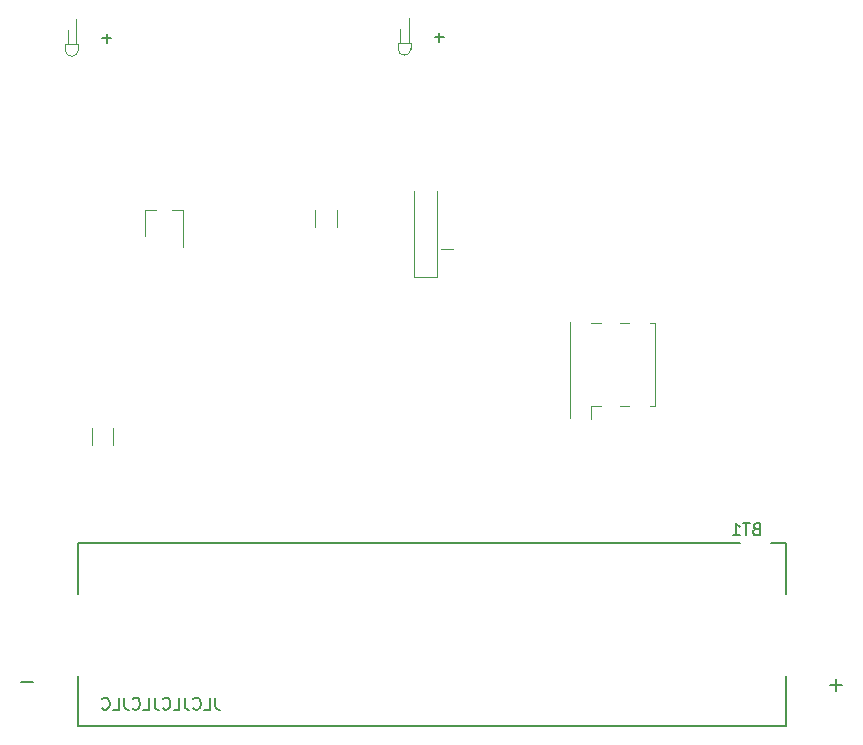
<source format=gbo>
G04 #@! TF.GenerationSoftware,KiCad,Pcbnew,7.0.2.1-36-g582732918d-dirty-deb11*
G04 #@! TF.CreationDate,2024-01-19T22:43:06+00:00*
G04 #@! TF.ProjectId,owlThief,6f776c54-6869-4656-962e-6b696361645f,rev?*
G04 #@! TF.SameCoordinates,Original*
G04 #@! TF.FileFunction,Legend,Bot*
G04 #@! TF.FilePolarity,Positive*
%FSLAX46Y46*%
G04 Gerber Fmt 4.6, Leading zero omitted, Abs format (unit mm)*
G04 Created by KiCad (PCBNEW 7.0.2.1-36-g582732918d-dirty-deb11) date 2024-01-19 22:43:06*
%MOMM*%
%LPD*%
G01*
G04 APERTURE LIST*
%ADD10C,0.200000*%
%ADD11C,0.150000*%
%ADD12C,0.120000*%
%ADD13C,0.127000*%
%ADD14C,0.000000*%
%ADD15C,0.300000*%
%ADD16C,0.010000*%
%ADD17R,1.524000X5.000000*%
%ADD18R,1.700000X3.300000*%
%ADD19R,0.700000X2.000000*%
%ADD20R,1.300000X3.150000*%
G04 APERTURE END LIST*
D10*
X210046190Y-120777619D02*
X210046190Y-121491904D01*
X210046190Y-121491904D02*
X210093809Y-121634761D01*
X210093809Y-121634761D02*
X210189047Y-121730000D01*
X210189047Y-121730000D02*
X210331904Y-121777619D01*
X210331904Y-121777619D02*
X210427142Y-121777619D01*
X209093809Y-121777619D02*
X209569999Y-121777619D01*
X209569999Y-121777619D02*
X209569999Y-120777619D01*
X208189047Y-121682380D02*
X208236666Y-121730000D01*
X208236666Y-121730000D02*
X208379523Y-121777619D01*
X208379523Y-121777619D02*
X208474761Y-121777619D01*
X208474761Y-121777619D02*
X208617618Y-121730000D01*
X208617618Y-121730000D02*
X208712856Y-121634761D01*
X208712856Y-121634761D02*
X208760475Y-121539523D01*
X208760475Y-121539523D02*
X208808094Y-121349047D01*
X208808094Y-121349047D02*
X208808094Y-121206190D01*
X208808094Y-121206190D02*
X208760475Y-121015714D01*
X208760475Y-121015714D02*
X208712856Y-120920476D01*
X208712856Y-120920476D02*
X208617618Y-120825238D01*
X208617618Y-120825238D02*
X208474761Y-120777619D01*
X208474761Y-120777619D02*
X208379523Y-120777619D01*
X208379523Y-120777619D02*
X208236666Y-120825238D01*
X208236666Y-120825238D02*
X208189047Y-120872857D01*
X207474761Y-120777619D02*
X207474761Y-121491904D01*
X207474761Y-121491904D02*
X207522380Y-121634761D01*
X207522380Y-121634761D02*
X207617618Y-121730000D01*
X207617618Y-121730000D02*
X207760475Y-121777619D01*
X207760475Y-121777619D02*
X207855713Y-121777619D01*
X206522380Y-121777619D02*
X206998570Y-121777619D01*
X206998570Y-121777619D02*
X206998570Y-120777619D01*
X205617618Y-121682380D02*
X205665237Y-121730000D01*
X205665237Y-121730000D02*
X205808094Y-121777619D01*
X205808094Y-121777619D02*
X205903332Y-121777619D01*
X205903332Y-121777619D02*
X206046189Y-121730000D01*
X206046189Y-121730000D02*
X206141427Y-121634761D01*
X206141427Y-121634761D02*
X206189046Y-121539523D01*
X206189046Y-121539523D02*
X206236665Y-121349047D01*
X206236665Y-121349047D02*
X206236665Y-121206190D01*
X206236665Y-121206190D02*
X206189046Y-121015714D01*
X206189046Y-121015714D02*
X206141427Y-120920476D01*
X206141427Y-120920476D02*
X206046189Y-120825238D01*
X206046189Y-120825238D02*
X205903332Y-120777619D01*
X205903332Y-120777619D02*
X205808094Y-120777619D01*
X205808094Y-120777619D02*
X205665237Y-120825238D01*
X205665237Y-120825238D02*
X205617618Y-120872857D01*
X204903332Y-120777619D02*
X204903332Y-121491904D01*
X204903332Y-121491904D02*
X204950951Y-121634761D01*
X204950951Y-121634761D02*
X205046189Y-121730000D01*
X205046189Y-121730000D02*
X205189046Y-121777619D01*
X205189046Y-121777619D02*
X205284284Y-121777619D01*
X203950951Y-121777619D02*
X204427141Y-121777619D01*
X204427141Y-121777619D02*
X204427141Y-120777619D01*
X203046189Y-121682380D02*
X203093808Y-121730000D01*
X203093808Y-121730000D02*
X203236665Y-121777619D01*
X203236665Y-121777619D02*
X203331903Y-121777619D01*
X203331903Y-121777619D02*
X203474760Y-121730000D01*
X203474760Y-121730000D02*
X203569998Y-121634761D01*
X203569998Y-121634761D02*
X203617617Y-121539523D01*
X203617617Y-121539523D02*
X203665236Y-121349047D01*
X203665236Y-121349047D02*
X203665236Y-121206190D01*
X203665236Y-121206190D02*
X203617617Y-121015714D01*
X203617617Y-121015714D02*
X203569998Y-120920476D01*
X203569998Y-120920476D02*
X203474760Y-120825238D01*
X203474760Y-120825238D02*
X203331903Y-120777619D01*
X203331903Y-120777619D02*
X203236665Y-120777619D01*
X203236665Y-120777619D02*
X203093808Y-120825238D01*
X203093808Y-120825238D02*
X203046189Y-120872857D01*
X202331903Y-120777619D02*
X202331903Y-121491904D01*
X202331903Y-121491904D02*
X202379522Y-121634761D01*
X202379522Y-121634761D02*
X202474760Y-121730000D01*
X202474760Y-121730000D02*
X202617617Y-121777619D01*
X202617617Y-121777619D02*
X202712855Y-121777619D01*
X201379522Y-121777619D02*
X201855712Y-121777619D01*
X201855712Y-121777619D02*
X201855712Y-120777619D01*
X200474760Y-121682380D02*
X200522379Y-121730000D01*
X200522379Y-121730000D02*
X200665236Y-121777619D01*
X200665236Y-121777619D02*
X200760474Y-121777619D01*
X200760474Y-121777619D02*
X200903331Y-121730000D01*
X200903331Y-121730000D02*
X200998569Y-121634761D01*
X200998569Y-121634761D02*
X201046188Y-121539523D01*
X201046188Y-121539523D02*
X201093807Y-121349047D01*
X201093807Y-121349047D02*
X201093807Y-121206190D01*
X201093807Y-121206190D02*
X201046188Y-121015714D01*
X201046188Y-121015714D02*
X200998569Y-120920476D01*
X200998569Y-120920476D02*
X200903331Y-120825238D01*
X200903331Y-120825238D02*
X200760474Y-120777619D01*
X200760474Y-120777619D02*
X200665236Y-120777619D01*
X200665236Y-120777619D02*
X200522379Y-120825238D01*
X200522379Y-120825238D02*
X200474760Y-120872857D01*
D11*
X201230951Y-64951666D02*
X200469047Y-64951666D01*
X200849999Y-65332619D02*
X200849999Y-64570714D01*
X229390951Y-64851666D02*
X228629047Y-64851666D01*
X229009999Y-65232619D02*
X229009999Y-64470714D01*
X255830714Y-106488809D02*
X255687857Y-106536428D01*
X255687857Y-106536428D02*
X255640238Y-106584047D01*
X255640238Y-106584047D02*
X255592619Y-106679285D01*
X255592619Y-106679285D02*
X255592619Y-106822142D01*
X255592619Y-106822142D02*
X255640238Y-106917380D01*
X255640238Y-106917380D02*
X255687857Y-106965000D01*
X255687857Y-106965000D02*
X255783095Y-107012619D01*
X255783095Y-107012619D02*
X256164047Y-107012619D01*
X256164047Y-107012619D02*
X256164047Y-106012619D01*
X256164047Y-106012619D02*
X255830714Y-106012619D01*
X255830714Y-106012619D02*
X255735476Y-106060238D01*
X255735476Y-106060238D02*
X255687857Y-106107857D01*
X255687857Y-106107857D02*
X255640238Y-106203095D01*
X255640238Y-106203095D02*
X255640238Y-106298333D01*
X255640238Y-106298333D02*
X255687857Y-106393571D01*
X255687857Y-106393571D02*
X255735476Y-106441190D01*
X255735476Y-106441190D02*
X255830714Y-106488809D01*
X255830714Y-106488809D02*
X256164047Y-106488809D01*
X255306904Y-106012619D02*
X254735476Y-106012619D01*
X255021190Y-107012619D02*
X255021190Y-106012619D01*
X253878333Y-107012619D02*
X254449761Y-107012619D01*
X254164047Y-107012619D02*
X254164047Y-106012619D01*
X254164047Y-106012619D02*
X254259285Y-106155476D01*
X254259285Y-106155476D02*
X254354523Y-106250714D01*
X254354523Y-106250714D02*
X254449761Y-106298333D01*
D12*
X218500000Y-80931252D02*
X218500000Y-79508748D01*
X220320000Y-80931252D02*
X220320000Y-79508748D01*
X197350000Y-65420000D02*
X198450000Y-65420000D01*
X197350000Y-65920000D02*
X197350000Y-65420000D01*
X197550000Y-65420000D02*
X197550000Y-64220000D01*
X198250000Y-65420000D02*
X198250000Y-63320000D01*
X198450000Y-65420000D02*
X198450000Y-65920000D01*
X197350000Y-65920000D02*
G75*
G03*
X198450000Y-65920000I550000J0D01*
G01*
X225510000Y-65320000D02*
X226610000Y-65320000D01*
X225510000Y-65820000D02*
X225510000Y-65320000D01*
X225710000Y-65320000D02*
X225710000Y-64120000D01*
X226410000Y-65320000D02*
X226410000Y-63220000D01*
X226610000Y-65320000D02*
X226610000Y-65820000D01*
X225510000Y-65820000D02*
G75*
G03*
X226610000Y-65820000I550000J0D01*
G01*
X226852500Y-85190000D02*
X226852500Y-77890000D01*
X228852500Y-85190000D02*
X226852500Y-85190000D01*
X230152500Y-82740000D02*
X229152500Y-82740000D01*
X228852500Y-77890000D02*
X228852500Y-85190000D01*
X207300000Y-82580000D02*
X207300000Y-79505000D01*
X204080000Y-81655000D02*
X204080000Y-79505000D01*
X204990000Y-79505000D02*
X204080000Y-79505000D01*
X207290000Y-79505000D02*
X206390000Y-79505000D01*
X201400000Y-97942936D02*
X201400000Y-99397064D01*
X199580000Y-97942936D02*
X199580000Y-99397064D01*
D13*
X263125000Y-119730000D02*
X262125000Y-119730000D01*
X262625000Y-119230000D02*
X262625000Y-120230000D01*
X258340000Y-123210000D02*
X258340000Y-118930000D01*
X258340000Y-111950000D02*
X258340000Y-107670000D01*
X258340000Y-107670000D02*
X257125000Y-107670000D01*
X254495000Y-107670000D02*
X198410000Y-107670000D01*
X198410000Y-123210000D02*
X258340000Y-123210000D01*
X198410000Y-118930000D02*
X198410000Y-123210000D01*
X198410000Y-107670000D02*
X198410000Y-111950000D01*
X194625000Y-119480000D02*
X193625000Y-119480000D01*
D12*
X241890000Y-97170000D02*
X241890000Y-96070000D01*
X240090000Y-97120000D02*
X240090000Y-88970000D01*
X242690000Y-96070000D02*
X241890000Y-96070000D01*
X245090000Y-96070000D02*
X244290000Y-96070000D01*
X247290000Y-96070000D02*
X246840000Y-96070000D01*
X247290000Y-96070000D02*
X247290000Y-89070000D01*
X242690000Y-89070000D02*
X241890000Y-89070000D01*
X245090000Y-89070000D02*
X244290000Y-89070000D01*
X247290000Y-89070000D02*
X246890000Y-89070000D01*
%LPC*%
D14*
G36*
X196130000Y-92666667D02*
G01*
X195706667Y-92666667D01*
X195706667Y-92243334D01*
X196130000Y-92243334D01*
X196130000Y-92666667D01*
G37*
G36*
X202480000Y-85893334D02*
G01*
X199516666Y-85893334D01*
X199516666Y-83353334D01*
X199940000Y-83353334D01*
X199940000Y-85470001D01*
X202056666Y-85470001D01*
X202056666Y-83353334D01*
X199940000Y-83353334D01*
X199516666Y-83353334D01*
X199516666Y-82930001D01*
X202480000Y-82930001D01*
X202480000Y-85893334D01*
G37*
G36*
X194013334Y-90126667D02*
G01*
X193590000Y-90126667D01*
X193590000Y-89703334D01*
X194013334Y-89703334D01*
X194013334Y-90126667D01*
G37*
G36*
X194013334Y-85046668D02*
G01*
X192743334Y-85046668D01*
X192743334Y-83776668D01*
X194013334Y-83776668D01*
X194013334Y-85046668D01*
G37*
G36*
X199093333Y-85893334D02*
G01*
X198670000Y-85893334D01*
X198670000Y-84200001D01*
X198246666Y-84200001D01*
X198246666Y-83776667D01*
X198670000Y-83776667D01*
X198670000Y-83353334D01*
X199093333Y-83353334D01*
X199093333Y-85893334D01*
G37*
G36*
X196130000Y-87586667D02*
G01*
X195706666Y-87586667D01*
X195706666Y-87163334D01*
X196130000Y-87163334D01*
X196130000Y-87586667D01*
G37*
G36*
X194436667Y-89703334D02*
G01*
X194013334Y-89703334D01*
X194013334Y-89280000D01*
X194436667Y-89280000D01*
X194436667Y-89703334D01*
G37*
G36*
X194860000Y-93513334D02*
G01*
X191896667Y-93513334D01*
X191896667Y-90973334D01*
X192320000Y-90973334D01*
X192320000Y-93090000D01*
X194436667Y-93090000D01*
X194436667Y-90973334D01*
X192320000Y-90973334D01*
X191896667Y-90973334D01*
X191896667Y-90550000D01*
X194860000Y-90550000D01*
X194860000Y-93513334D01*
G37*
G36*
X202480000Y-86740000D02*
G01*
X202056666Y-86740000D01*
X202056666Y-86316667D01*
X202480000Y-86316667D01*
X202480000Y-86740000D01*
G37*
G36*
X201633333Y-85046668D02*
G01*
X200363333Y-85046668D01*
X200363333Y-83776668D01*
X201633333Y-83776668D01*
X201633333Y-85046668D01*
G37*
G36*
X196553333Y-85893334D02*
G01*
X196130000Y-85893334D01*
X196130000Y-85470001D01*
X196553333Y-85470001D01*
X196553333Y-85893334D01*
G37*
G36*
X199940000Y-90973334D02*
G01*
X199516666Y-90973334D01*
X199516666Y-90550000D01*
X199940000Y-90550000D01*
X199940000Y-90973334D01*
G37*
G36*
X196976666Y-83353334D02*
G01*
X197400000Y-83353334D01*
X197400000Y-83776667D01*
X196976666Y-83776667D01*
X196976666Y-84200001D01*
X197400000Y-84200001D01*
X197400000Y-83776668D01*
X197823333Y-83776668D01*
X197823333Y-84623334D01*
X197400000Y-84623334D01*
X197400000Y-85046668D01*
X196976666Y-85046668D01*
X196976666Y-85470001D01*
X196553333Y-85470001D01*
X196553333Y-85046667D01*
X196130000Y-85046667D01*
X196130000Y-84200001D01*
X196553333Y-84200001D01*
X196553333Y-83353334D01*
X195283333Y-83353334D01*
X195283333Y-82930001D01*
X196976666Y-82930001D01*
X196976666Y-83353334D01*
G37*
G36*
X192743333Y-86740000D02*
G01*
X193166667Y-86740000D01*
X193166667Y-86316667D01*
X194013333Y-86316667D01*
X194013333Y-86740000D01*
X193590000Y-86740000D01*
X193590000Y-88010000D01*
X196976666Y-88010000D01*
X196976666Y-88856667D01*
X196130000Y-88856667D01*
X196130000Y-88433334D01*
X193590000Y-88433334D01*
X193590000Y-89280000D01*
X193166667Y-89280000D01*
X193166667Y-90126667D01*
X192743333Y-90126667D01*
X192743333Y-89280000D01*
X192320000Y-89280000D01*
X192320000Y-90126667D01*
X191896667Y-90126667D01*
X191896667Y-88433334D01*
X192743333Y-88433334D01*
X192743333Y-89280000D01*
X193166667Y-89280000D01*
X193166667Y-88433334D01*
X192743333Y-88433334D01*
X191896667Y-88433334D01*
X191896667Y-88010000D01*
X192743333Y-88010000D01*
X192743333Y-87586667D01*
X193166667Y-87586667D01*
X193166667Y-87163334D01*
X192320000Y-87163334D01*
X192320000Y-87586667D01*
X191896667Y-87586667D01*
X191896667Y-86316667D01*
X192743333Y-86316667D01*
X192743333Y-86740000D01*
G37*
G36*
X202056666Y-91820000D02*
G01*
X202480000Y-91820000D01*
X202480000Y-93513334D01*
X202056666Y-93513334D01*
X202056666Y-93090000D01*
X201209999Y-93090000D01*
X201209999Y-93513334D01*
X200786666Y-93513334D01*
X200786666Y-93090000D01*
X199940000Y-93090000D01*
X199940000Y-92666667D01*
X200363333Y-92666667D01*
X200786666Y-92666667D01*
X200786666Y-93090000D01*
X201209999Y-93090000D01*
X201209999Y-92666667D01*
X200786666Y-92666667D01*
X200363333Y-92666667D01*
X200363333Y-92243334D01*
X201633333Y-92243334D01*
X201633333Y-91396667D01*
X202056666Y-91396667D01*
X202056666Y-91820000D01*
G37*
G36*
X194860000Y-85893334D02*
G01*
X191896667Y-85893334D01*
X191896667Y-83353334D01*
X192320000Y-83353334D01*
X192320000Y-85470001D01*
X194436667Y-85470001D01*
X194436667Y-83353334D01*
X192320000Y-83353334D01*
X191896667Y-83353334D01*
X191896667Y-82930001D01*
X194860000Y-82930001D01*
X194860000Y-85893334D01*
G37*
G36*
X196130000Y-84200001D02*
G01*
X195706666Y-84200001D01*
X195706666Y-83776667D01*
X196130000Y-83776667D01*
X196130000Y-84200001D01*
G37*
G36*
X202480000Y-91396667D02*
G01*
X202056666Y-91396667D01*
X202056666Y-90550000D01*
X202480000Y-90550000D01*
X202480000Y-91396667D01*
G37*
G36*
X195706666Y-92243334D02*
G01*
X195283334Y-92243334D01*
X195283334Y-91396667D01*
X195706666Y-91396667D01*
X195706666Y-92243334D01*
G37*
G36*
X194013334Y-92666667D02*
G01*
X192743334Y-92666667D01*
X192743334Y-91396667D01*
X194013334Y-91396667D01*
X194013334Y-92666667D01*
G37*
G36*
X198246666Y-85893334D02*
G01*
X197823333Y-85893334D01*
X197823333Y-86316667D01*
X197400000Y-86316667D01*
X197400000Y-86740000D01*
X198246666Y-86740000D01*
X198246666Y-85893334D01*
X198670000Y-85893334D01*
X198670000Y-87163334D01*
X199093333Y-87163334D01*
X199093333Y-88433334D01*
X199516666Y-88433334D01*
X199516666Y-88856667D01*
X199940000Y-88856667D01*
X199940000Y-89280000D01*
X199516666Y-89280000D01*
X199516666Y-89703334D01*
X199940000Y-89703334D01*
X199940000Y-89280000D01*
X200363333Y-89280000D01*
X200363333Y-89703334D01*
X200786666Y-89703334D01*
X200786666Y-89280000D01*
X201633333Y-89280000D01*
X201633333Y-89703334D01*
X202056666Y-89703334D01*
X202056666Y-89280000D01*
X201633333Y-89280000D01*
X200786666Y-89280000D01*
X200363333Y-89280000D01*
X200363333Y-88433334D01*
X200786666Y-88433334D01*
X200786666Y-88856667D01*
X201633333Y-88856667D01*
X201633333Y-88433334D01*
X202056666Y-88433334D01*
X202056666Y-88010000D01*
X200786666Y-88010000D01*
X200786666Y-87163334D01*
X200363333Y-87163334D01*
X200363333Y-88010000D01*
X199940000Y-88010000D01*
X199940000Y-87586667D01*
X199516666Y-87586667D01*
X199516666Y-87163334D01*
X199093333Y-87163334D01*
X199093333Y-86740000D01*
X199516666Y-86740000D01*
X199516666Y-86316667D01*
X199940000Y-86316667D01*
X199940000Y-86740000D01*
X199516666Y-86740000D01*
X199516666Y-87163334D01*
X199940000Y-87163334D01*
X199940000Y-86740000D01*
X202056666Y-86740000D01*
X202056666Y-87163334D01*
X201209999Y-87163334D01*
X201209999Y-87586667D01*
X202056666Y-87586667D01*
X202056666Y-87163334D01*
X202480000Y-87163334D01*
X202480000Y-88433334D01*
X202056666Y-88433334D01*
X202056666Y-88856667D01*
X202480000Y-88856667D01*
X202480000Y-89703334D01*
X202056666Y-89703334D01*
X202056666Y-90550000D01*
X201209999Y-90550000D01*
X201209999Y-89703334D01*
X200786666Y-89703334D01*
X200786666Y-91820000D01*
X199940000Y-91820000D01*
X199940000Y-92243334D01*
X199516666Y-92243334D01*
X199516666Y-92666667D01*
X198246666Y-92666667D01*
X198246666Y-93090000D01*
X197823333Y-93090000D01*
X197823333Y-92666667D01*
X197400000Y-92666667D01*
X197400000Y-93513334D01*
X196976666Y-93513334D01*
X196976666Y-92666667D01*
X196553333Y-92666667D01*
X196553333Y-92243334D01*
X196130000Y-92243334D01*
X196130000Y-91820000D01*
X196553333Y-91820000D01*
X196553333Y-91396667D01*
X195706667Y-91396667D01*
X195706667Y-90973334D01*
X196553333Y-90973334D01*
X196553333Y-91396667D01*
X196976666Y-91396667D01*
X196976666Y-90973334D01*
X196553333Y-90973334D01*
X195706667Y-90973334D01*
X195706667Y-90550000D01*
X196130000Y-90550000D01*
X196130000Y-90126667D01*
X195706666Y-90126667D01*
X195706666Y-90550000D01*
X195283334Y-90550000D01*
X195283334Y-90126667D01*
X194436667Y-90126667D01*
X194436667Y-89703334D01*
X194860000Y-89703334D01*
X194860000Y-89280000D01*
X194436667Y-89280000D01*
X194436667Y-88856667D01*
X195706667Y-88856667D01*
X195706667Y-89703334D01*
X196130000Y-89703334D01*
X196130000Y-89280000D01*
X196553334Y-89280000D01*
X196553334Y-89703334D01*
X196976667Y-89703334D01*
X196976667Y-90126667D01*
X196553334Y-90126667D01*
X196553334Y-90550000D01*
X196976667Y-90550000D01*
X196976667Y-90973334D01*
X197400000Y-90973334D01*
X197400000Y-90550000D01*
X197823333Y-90550000D01*
X197823333Y-91396667D01*
X197400000Y-91396667D01*
X197400000Y-91820000D01*
X196976666Y-91820000D01*
X196976666Y-92666667D01*
X197400000Y-92666667D01*
X197400000Y-92243334D01*
X197823333Y-92243334D01*
X197823333Y-92666667D01*
X198246666Y-92666667D01*
X198246666Y-92243334D01*
X197823333Y-92243334D01*
X197400000Y-92243334D01*
X197400000Y-91820000D01*
X198246666Y-91820000D01*
X198246666Y-92243334D01*
X198670000Y-92243334D01*
X198670000Y-91820000D01*
X199093333Y-91820000D01*
X199093333Y-92243334D01*
X199516666Y-92243334D01*
X199516666Y-91820000D01*
X199093333Y-91820000D01*
X198670000Y-91820000D01*
X198246666Y-91820000D01*
X198246666Y-90973334D01*
X198670000Y-90973334D01*
X198670000Y-90126667D01*
X199093333Y-90126667D01*
X199093333Y-91396667D01*
X200363333Y-91396667D01*
X200363333Y-90126667D01*
X199093333Y-90126667D01*
X198670000Y-90126667D01*
X198246666Y-90126667D01*
X198246666Y-89703334D01*
X198670000Y-89703334D01*
X198670000Y-89280000D01*
X199093333Y-89280000D01*
X199093333Y-88856667D01*
X198670000Y-88856667D01*
X198670000Y-89280000D01*
X198246666Y-89280000D01*
X198246666Y-89703334D01*
X197823333Y-89703334D01*
X197823333Y-89280000D01*
X196976666Y-89280000D01*
X196976666Y-88856667D01*
X197400000Y-88856667D01*
X197400000Y-88433334D01*
X198246666Y-88433334D01*
X198246666Y-87163334D01*
X197823333Y-87163334D01*
X197823333Y-87586667D01*
X197400000Y-87586667D01*
X197400000Y-87163334D01*
X196976666Y-87163334D01*
X196976666Y-87586667D01*
X196553333Y-87586667D01*
X196553333Y-87163334D01*
X196130000Y-87163334D01*
X196130000Y-86740000D01*
X196553333Y-86740000D01*
X196553333Y-85893334D01*
X196976666Y-85893334D01*
X196976666Y-86316667D01*
X197400000Y-86316667D01*
X197400000Y-85893334D01*
X196976666Y-85893334D01*
X196976666Y-85470001D01*
X197400000Y-85470001D01*
X197400000Y-85893334D01*
X197823333Y-85893334D01*
X197823333Y-85046667D01*
X198246666Y-85046667D01*
X198246666Y-85893334D01*
G37*
G36*
X199940000Y-88433334D02*
G01*
X199516666Y-88433334D01*
X199516666Y-88010000D01*
X199940000Y-88010000D01*
X199940000Y-88433334D01*
G37*
G36*
X198246666Y-83353334D02*
G01*
X197400000Y-83353334D01*
X197400000Y-82930001D01*
X198246666Y-82930001D01*
X198246666Y-83353334D01*
G37*
G36*
X196130000Y-85470001D02*
G01*
X195706666Y-85470001D01*
X195706666Y-85046667D01*
X196130000Y-85046667D01*
X196130000Y-85470001D01*
G37*
G36*
X199516666Y-93513334D02*
G01*
X198670000Y-93513334D01*
X198670000Y-93090000D01*
X199516666Y-93090000D01*
X199516666Y-93513334D01*
G37*
G36*
X197400000Y-88010000D02*
G01*
X196976666Y-88010000D01*
X196976666Y-87586667D01*
X197400000Y-87586667D01*
X197400000Y-88010000D01*
G37*
G36*
X195706666Y-85893334D02*
G01*
X196130000Y-85893334D01*
X196130000Y-86740000D01*
X195706666Y-86740000D01*
X195706666Y-86316667D01*
X195283333Y-86316667D01*
X195283333Y-85470001D01*
X195706666Y-85470001D01*
X195706666Y-85893334D01*
G37*
G36*
X194860000Y-86740000D02*
G01*
X194436667Y-86740000D01*
X194436667Y-87163334D01*
X194860000Y-87163334D01*
X194860000Y-86740000D01*
X195706666Y-86740000D01*
X195706666Y-87163334D01*
X195283333Y-87163334D01*
X195283333Y-87586667D01*
X194013333Y-87586667D01*
X194013333Y-86740000D01*
X194436667Y-86740000D01*
X194436667Y-86316667D01*
X194860000Y-86316667D01*
X194860000Y-86740000D01*
G37*
G36*
X195706666Y-93513334D02*
G01*
X195283333Y-93513334D01*
X195283334Y-93090000D01*
X195283334Y-92666667D01*
X195706666Y-92666667D01*
X195706666Y-93513334D01*
G37*
G36*
X197823333Y-90126667D02*
G01*
X197400000Y-90126667D01*
X197400000Y-89703334D01*
X197823333Y-89703334D01*
X197823333Y-90126667D01*
G37*
D15*
X219917142Y-44796428D02*
X219631428Y-44796428D01*
X219631428Y-44796428D02*
X219488571Y-44867857D01*
X219488571Y-44867857D02*
X219345714Y-45010714D01*
X219345714Y-45010714D02*
X219274285Y-45296428D01*
X219274285Y-45296428D02*
X219274285Y-45796428D01*
X219274285Y-45796428D02*
X219345714Y-46082142D01*
X219345714Y-46082142D02*
X219488571Y-46225000D01*
X219488571Y-46225000D02*
X219631428Y-46296428D01*
X219631428Y-46296428D02*
X219917142Y-46296428D01*
X219917142Y-46296428D02*
X220060000Y-46225000D01*
X220060000Y-46225000D02*
X220202857Y-46082142D01*
X220202857Y-46082142D02*
X220274285Y-45796428D01*
X220274285Y-45796428D02*
X220274285Y-45296428D01*
X220274285Y-45296428D02*
X220202857Y-45010714D01*
X220202857Y-45010714D02*
X220060000Y-44867857D01*
X220060000Y-44867857D02*
X219917142Y-44796428D01*
X218774285Y-45296428D02*
X218488571Y-46296428D01*
X218488571Y-46296428D02*
X218202856Y-45582142D01*
X218202856Y-45582142D02*
X217917142Y-46296428D01*
X217917142Y-46296428D02*
X217631428Y-45296428D01*
X216845713Y-46296428D02*
X216988570Y-46225000D01*
X216988570Y-46225000D02*
X217059999Y-46082142D01*
X217059999Y-46082142D02*
X217059999Y-44796428D01*
X215345713Y-44796428D02*
X214488571Y-44796428D01*
X214917142Y-46296428D02*
X214917142Y-44796428D01*
X213988571Y-46296428D02*
X213988571Y-44796428D01*
X213345714Y-46296428D02*
X213345714Y-45510714D01*
X213345714Y-45510714D02*
X213417142Y-45367857D01*
X213417142Y-45367857D02*
X213559999Y-45296428D01*
X213559999Y-45296428D02*
X213774285Y-45296428D01*
X213774285Y-45296428D02*
X213917142Y-45367857D01*
X213917142Y-45367857D02*
X213988571Y-45439285D01*
X212631428Y-46296428D02*
X212631428Y-45296428D01*
X212631428Y-44796428D02*
X212702856Y-44867857D01*
X212702856Y-44867857D02*
X212631428Y-44939285D01*
X212631428Y-44939285D02*
X212559999Y-44867857D01*
X212559999Y-44867857D02*
X212631428Y-44796428D01*
X212631428Y-44796428D02*
X212631428Y-44939285D01*
X211345713Y-46225000D02*
X211488570Y-46296428D01*
X211488570Y-46296428D02*
X211774285Y-46296428D01*
X211774285Y-46296428D02*
X211917142Y-46225000D01*
X211917142Y-46225000D02*
X211988570Y-46082142D01*
X211988570Y-46082142D02*
X211988570Y-45510714D01*
X211988570Y-45510714D02*
X211917142Y-45367857D01*
X211917142Y-45367857D02*
X211774285Y-45296428D01*
X211774285Y-45296428D02*
X211488570Y-45296428D01*
X211488570Y-45296428D02*
X211345713Y-45367857D01*
X211345713Y-45367857D02*
X211274285Y-45510714D01*
X211274285Y-45510714D02*
X211274285Y-45653571D01*
X211274285Y-45653571D02*
X211988570Y-45796428D01*
X210845713Y-45296428D02*
X210274285Y-45296428D01*
X210631428Y-46296428D02*
X210631428Y-45010714D01*
X210631428Y-45010714D02*
X210559999Y-44867857D01*
X210559999Y-44867857D02*
X210417142Y-44796428D01*
X210417142Y-44796428D02*
X210274285Y-44796428D01*
X220274285Y-47369285D02*
X220202857Y-47297857D01*
X220202857Y-47297857D02*
X220060000Y-47226428D01*
X220060000Y-47226428D02*
X219702857Y-47226428D01*
X219702857Y-47226428D02*
X219560000Y-47297857D01*
X219560000Y-47297857D02*
X219488571Y-47369285D01*
X219488571Y-47369285D02*
X219417142Y-47512142D01*
X219417142Y-47512142D02*
X219417142Y-47655000D01*
X219417142Y-47655000D02*
X219488571Y-47869285D01*
X219488571Y-47869285D02*
X220345714Y-48726428D01*
X220345714Y-48726428D02*
X219417142Y-48726428D01*
X218488571Y-47226428D02*
X218345714Y-47226428D01*
X218345714Y-47226428D02*
X218202857Y-47297857D01*
X218202857Y-47297857D02*
X218131429Y-47369285D01*
X218131429Y-47369285D02*
X218060000Y-47512142D01*
X218060000Y-47512142D02*
X217988571Y-47797857D01*
X217988571Y-47797857D02*
X217988571Y-48155000D01*
X217988571Y-48155000D02*
X218060000Y-48440714D01*
X218060000Y-48440714D02*
X218131429Y-48583571D01*
X218131429Y-48583571D02*
X218202857Y-48655000D01*
X218202857Y-48655000D02*
X218345714Y-48726428D01*
X218345714Y-48726428D02*
X218488571Y-48726428D01*
X218488571Y-48726428D02*
X218631429Y-48655000D01*
X218631429Y-48655000D02*
X218702857Y-48583571D01*
X218702857Y-48583571D02*
X218774286Y-48440714D01*
X218774286Y-48440714D02*
X218845714Y-48155000D01*
X218845714Y-48155000D02*
X218845714Y-47797857D01*
X218845714Y-47797857D02*
X218774286Y-47512142D01*
X218774286Y-47512142D02*
X218702857Y-47369285D01*
X218702857Y-47369285D02*
X218631429Y-47297857D01*
X218631429Y-47297857D02*
X218488571Y-47226428D01*
X217417143Y-47369285D02*
X217345715Y-47297857D01*
X217345715Y-47297857D02*
X217202858Y-47226428D01*
X217202858Y-47226428D02*
X216845715Y-47226428D01*
X216845715Y-47226428D02*
X216702858Y-47297857D01*
X216702858Y-47297857D02*
X216631429Y-47369285D01*
X216631429Y-47369285D02*
X216560000Y-47512142D01*
X216560000Y-47512142D02*
X216560000Y-47655000D01*
X216560000Y-47655000D02*
X216631429Y-47869285D01*
X216631429Y-47869285D02*
X217488572Y-48726428D01*
X217488572Y-48726428D02*
X216560000Y-48726428D01*
X216060001Y-47226428D02*
X215131429Y-47226428D01*
X215131429Y-47226428D02*
X215631429Y-47797857D01*
X215631429Y-47797857D02*
X215417144Y-47797857D01*
X215417144Y-47797857D02*
X215274287Y-47869285D01*
X215274287Y-47869285D02*
X215202858Y-47940714D01*
X215202858Y-47940714D02*
X215131429Y-48083571D01*
X215131429Y-48083571D02*
X215131429Y-48440714D01*
X215131429Y-48440714D02*
X215202858Y-48583571D01*
X215202858Y-48583571D02*
X215274287Y-48655000D01*
X215274287Y-48655000D02*
X215417144Y-48726428D01*
X215417144Y-48726428D02*
X215845715Y-48726428D01*
X215845715Y-48726428D02*
X215988572Y-48655000D01*
X215988572Y-48655000D02*
X216060001Y-48583571D01*
X214488573Y-48155000D02*
X213345716Y-48155000D01*
X211845715Y-48726428D02*
X212702858Y-48726428D01*
X212274287Y-48726428D02*
X212274287Y-47226428D01*
X212274287Y-47226428D02*
X212417144Y-47440714D01*
X212417144Y-47440714D02*
X212560001Y-47583571D01*
X212560001Y-47583571D02*
X212702858Y-47655000D01*
X210917144Y-47226428D02*
X210774287Y-47226428D01*
X210774287Y-47226428D02*
X210631430Y-47297857D01*
X210631430Y-47297857D02*
X210560002Y-47369285D01*
X210560002Y-47369285D02*
X210488573Y-47512142D01*
X210488573Y-47512142D02*
X210417144Y-47797857D01*
X210417144Y-47797857D02*
X210417144Y-48155000D01*
X210417144Y-48155000D02*
X210488573Y-48440714D01*
X210488573Y-48440714D02*
X210560002Y-48583571D01*
X210560002Y-48583571D02*
X210631430Y-48655000D01*
X210631430Y-48655000D02*
X210774287Y-48726428D01*
X210774287Y-48726428D02*
X210917144Y-48726428D01*
X210917144Y-48726428D02*
X211060002Y-48655000D01*
X211060002Y-48655000D02*
X211131430Y-48583571D01*
X211131430Y-48583571D02*
X211202859Y-48440714D01*
X211202859Y-48440714D02*
X211274287Y-48155000D01*
X211274287Y-48155000D02*
X211274287Y-47797857D01*
X211274287Y-47797857D02*
X211202859Y-47512142D01*
X211202859Y-47512142D02*
X211131430Y-47369285D01*
X211131430Y-47369285D02*
X211060002Y-47297857D01*
X211060002Y-47297857D02*
X210917144Y-47226428D01*
X209774288Y-48155000D02*
X208631431Y-48155000D01*
X207988573Y-47369285D02*
X207917145Y-47297857D01*
X207917145Y-47297857D02*
X207774288Y-47226428D01*
X207774288Y-47226428D02*
X207417145Y-47226428D01*
X207417145Y-47226428D02*
X207274288Y-47297857D01*
X207274288Y-47297857D02*
X207202859Y-47369285D01*
X207202859Y-47369285D02*
X207131430Y-47512142D01*
X207131430Y-47512142D02*
X207131430Y-47655000D01*
X207131430Y-47655000D02*
X207202859Y-47869285D01*
X207202859Y-47869285D02*
X208060002Y-48726428D01*
X208060002Y-48726428D02*
X207131430Y-48726428D01*
X206274288Y-47869285D02*
X206417145Y-47797857D01*
X206417145Y-47797857D02*
X206488574Y-47726428D01*
X206488574Y-47726428D02*
X206560002Y-47583571D01*
X206560002Y-47583571D02*
X206560002Y-47512142D01*
X206560002Y-47512142D02*
X206488574Y-47369285D01*
X206488574Y-47369285D02*
X206417145Y-47297857D01*
X206417145Y-47297857D02*
X206274288Y-47226428D01*
X206274288Y-47226428D02*
X205988574Y-47226428D01*
X205988574Y-47226428D02*
X205845717Y-47297857D01*
X205845717Y-47297857D02*
X205774288Y-47369285D01*
X205774288Y-47369285D02*
X205702859Y-47512142D01*
X205702859Y-47512142D02*
X205702859Y-47583571D01*
X205702859Y-47583571D02*
X205774288Y-47726428D01*
X205774288Y-47726428D02*
X205845717Y-47797857D01*
X205845717Y-47797857D02*
X205988574Y-47869285D01*
X205988574Y-47869285D02*
X206274288Y-47869285D01*
X206274288Y-47869285D02*
X206417145Y-47940714D01*
X206417145Y-47940714D02*
X206488574Y-48012142D01*
X206488574Y-48012142D02*
X206560002Y-48155000D01*
X206560002Y-48155000D02*
X206560002Y-48440714D01*
X206560002Y-48440714D02*
X206488574Y-48583571D01*
X206488574Y-48583571D02*
X206417145Y-48655000D01*
X206417145Y-48655000D02*
X206274288Y-48726428D01*
X206274288Y-48726428D02*
X205988574Y-48726428D01*
X205988574Y-48726428D02*
X205845717Y-48655000D01*
X205845717Y-48655000D02*
X205774288Y-48583571D01*
X205774288Y-48583571D02*
X205702859Y-48440714D01*
X205702859Y-48440714D02*
X205702859Y-48155000D01*
X205702859Y-48155000D02*
X205774288Y-48012142D01*
X205774288Y-48012142D02*
X205845717Y-47940714D01*
X205845717Y-47940714D02*
X205988574Y-47869285D01*
X219345714Y-53443571D02*
X219417142Y-53515000D01*
X219417142Y-53515000D02*
X219631428Y-53586428D01*
X219631428Y-53586428D02*
X219774285Y-53586428D01*
X219774285Y-53586428D02*
X219988571Y-53515000D01*
X219988571Y-53515000D02*
X220131428Y-53372142D01*
X220131428Y-53372142D02*
X220202857Y-53229285D01*
X220202857Y-53229285D02*
X220274285Y-52943571D01*
X220274285Y-52943571D02*
X220274285Y-52729285D01*
X220274285Y-52729285D02*
X220202857Y-52443571D01*
X220202857Y-52443571D02*
X220131428Y-52300714D01*
X220131428Y-52300714D02*
X219988571Y-52157857D01*
X219988571Y-52157857D02*
X219774285Y-52086428D01*
X219774285Y-52086428D02*
X219631428Y-52086428D01*
X219631428Y-52086428D02*
X219417142Y-52157857D01*
X219417142Y-52157857D02*
X219345714Y-52229285D01*
X217845714Y-53443571D02*
X217917142Y-53515000D01*
X217917142Y-53515000D02*
X218131428Y-53586428D01*
X218131428Y-53586428D02*
X218274285Y-53586428D01*
X218274285Y-53586428D02*
X218488571Y-53515000D01*
X218488571Y-53515000D02*
X218631428Y-53372142D01*
X218631428Y-53372142D02*
X218702857Y-53229285D01*
X218702857Y-53229285D02*
X218774285Y-52943571D01*
X218774285Y-52943571D02*
X218774285Y-52729285D01*
X218774285Y-52729285D02*
X218702857Y-52443571D01*
X218702857Y-52443571D02*
X218631428Y-52300714D01*
X218631428Y-52300714D02*
X218488571Y-52157857D01*
X218488571Y-52157857D02*
X218274285Y-52086428D01*
X218274285Y-52086428D02*
X218131428Y-52086428D01*
X218131428Y-52086428D02*
X217917142Y-52157857D01*
X217917142Y-52157857D02*
X217845714Y-52229285D01*
X217202857Y-53015000D02*
X216060000Y-53015000D01*
X214845714Y-52800714D02*
X214631428Y-52872142D01*
X214631428Y-52872142D02*
X214559999Y-52943571D01*
X214559999Y-52943571D02*
X214488571Y-53086428D01*
X214488571Y-53086428D02*
X214488571Y-53300714D01*
X214488571Y-53300714D02*
X214559999Y-53443571D01*
X214559999Y-53443571D02*
X214631428Y-53515000D01*
X214631428Y-53515000D02*
X214774285Y-53586428D01*
X214774285Y-53586428D02*
X215345714Y-53586428D01*
X215345714Y-53586428D02*
X215345714Y-52086428D01*
X215345714Y-52086428D02*
X214845714Y-52086428D01*
X214845714Y-52086428D02*
X214702857Y-52157857D01*
X214702857Y-52157857D02*
X214631428Y-52229285D01*
X214631428Y-52229285D02*
X214559999Y-52372142D01*
X214559999Y-52372142D02*
X214559999Y-52515000D01*
X214559999Y-52515000D02*
X214631428Y-52657857D01*
X214631428Y-52657857D02*
X214702857Y-52729285D01*
X214702857Y-52729285D02*
X214845714Y-52800714D01*
X214845714Y-52800714D02*
X215345714Y-52800714D01*
X213559999Y-52872142D02*
X213559999Y-53586428D01*
X214059999Y-52086428D02*
X213559999Y-52872142D01*
X213559999Y-52872142D02*
X213059999Y-52086428D01*
X212560000Y-53015000D02*
X211417143Y-53015000D01*
X210774285Y-53515000D02*
X210560000Y-53586428D01*
X210560000Y-53586428D02*
X210202857Y-53586428D01*
X210202857Y-53586428D02*
X210060000Y-53515000D01*
X210060000Y-53515000D02*
X209988571Y-53443571D01*
X209988571Y-53443571D02*
X209917142Y-53300714D01*
X209917142Y-53300714D02*
X209917142Y-53157857D01*
X209917142Y-53157857D02*
X209988571Y-53015000D01*
X209988571Y-53015000D02*
X210060000Y-52943571D01*
X210060000Y-52943571D02*
X210202857Y-52872142D01*
X210202857Y-52872142D02*
X210488571Y-52800714D01*
X210488571Y-52800714D02*
X210631428Y-52729285D01*
X210631428Y-52729285D02*
X210702857Y-52657857D01*
X210702857Y-52657857D02*
X210774285Y-52515000D01*
X210774285Y-52515000D02*
X210774285Y-52372142D01*
X210774285Y-52372142D02*
X210702857Y-52229285D01*
X210702857Y-52229285D02*
X210631428Y-52157857D01*
X210631428Y-52157857D02*
X210488571Y-52086428D01*
X210488571Y-52086428D02*
X210131428Y-52086428D01*
X210131428Y-52086428D02*
X209917142Y-52157857D01*
X209345714Y-53157857D02*
X208631429Y-53157857D01*
X209488571Y-53586428D02*
X208988571Y-52086428D01*
X208988571Y-52086428D02*
X208488571Y-53586428D01*
X206202858Y-52586428D02*
X206202858Y-53586428D01*
X206560000Y-52015000D02*
X206917143Y-53086428D01*
X206917143Y-53086428D02*
X205988572Y-53086428D01*
X205417144Y-53443571D02*
X205345715Y-53515000D01*
X205345715Y-53515000D02*
X205417144Y-53586428D01*
X205417144Y-53586428D02*
X205488572Y-53515000D01*
X205488572Y-53515000D02*
X205417144Y-53443571D01*
X205417144Y-53443571D02*
X205417144Y-53586428D01*
X204417143Y-52086428D02*
X204274286Y-52086428D01*
X204274286Y-52086428D02*
X204131429Y-52157857D01*
X204131429Y-52157857D02*
X204060001Y-52229285D01*
X204060001Y-52229285D02*
X203988572Y-52372142D01*
X203988572Y-52372142D02*
X203917143Y-52657857D01*
X203917143Y-52657857D02*
X203917143Y-53015000D01*
X203917143Y-53015000D02*
X203988572Y-53300714D01*
X203988572Y-53300714D02*
X204060001Y-53443571D01*
X204060001Y-53443571D02*
X204131429Y-53515000D01*
X204131429Y-53515000D02*
X204274286Y-53586428D01*
X204274286Y-53586428D02*
X204417143Y-53586428D01*
X204417143Y-53586428D02*
X204560001Y-53515000D01*
X204560001Y-53515000D02*
X204631429Y-53443571D01*
X204631429Y-53443571D02*
X204702858Y-53300714D01*
X204702858Y-53300714D02*
X204774286Y-53015000D01*
X204774286Y-53015000D02*
X204774286Y-52657857D01*
X204774286Y-52657857D02*
X204702858Y-52372142D01*
X204702858Y-52372142D02*
X204631429Y-52229285D01*
X204631429Y-52229285D02*
X204560001Y-52157857D01*
X204560001Y-52157857D02*
X204417143Y-52086428D01*
X219917142Y-56946428D02*
X219631428Y-56946428D01*
X219631428Y-56946428D02*
X219488571Y-57017857D01*
X219488571Y-57017857D02*
X219345714Y-57160714D01*
X219345714Y-57160714D02*
X219274285Y-57446428D01*
X219274285Y-57446428D02*
X219274285Y-57946428D01*
X219274285Y-57946428D02*
X219345714Y-58232142D01*
X219345714Y-58232142D02*
X219488571Y-58375000D01*
X219488571Y-58375000D02*
X219631428Y-58446428D01*
X219631428Y-58446428D02*
X219917142Y-58446428D01*
X219917142Y-58446428D02*
X220060000Y-58375000D01*
X220060000Y-58375000D02*
X220202857Y-58232142D01*
X220202857Y-58232142D02*
X220274285Y-57946428D01*
X220274285Y-57946428D02*
X220274285Y-57446428D01*
X220274285Y-57446428D02*
X220202857Y-57160714D01*
X220202857Y-57160714D02*
X220060000Y-57017857D01*
X220060000Y-57017857D02*
X219917142Y-56946428D01*
X218631428Y-58446428D02*
X218631428Y-57446428D01*
X218631428Y-57732142D02*
X218559999Y-57589285D01*
X218559999Y-57589285D02*
X218488571Y-57517857D01*
X218488571Y-57517857D02*
X218345713Y-57446428D01*
X218345713Y-57446428D02*
X218202856Y-57446428D01*
X217702857Y-58446428D02*
X217702857Y-57446428D01*
X217702857Y-56946428D02*
X217774285Y-57017857D01*
X217774285Y-57017857D02*
X217702857Y-57089285D01*
X217702857Y-57089285D02*
X217631428Y-57017857D01*
X217631428Y-57017857D02*
X217702857Y-56946428D01*
X217702857Y-56946428D02*
X217702857Y-57089285D01*
X216345714Y-57446428D02*
X216345714Y-58660714D01*
X216345714Y-58660714D02*
X216417142Y-58803571D01*
X216417142Y-58803571D02*
X216488571Y-58875000D01*
X216488571Y-58875000D02*
X216631428Y-58946428D01*
X216631428Y-58946428D02*
X216845714Y-58946428D01*
X216845714Y-58946428D02*
X216988571Y-58875000D01*
X216345714Y-58375000D02*
X216488571Y-58446428D01*
X216488571Y-58446428D02*
X216774285Y-58446428D01*
X216774285Y-58446428D02*
X216917142Y-58375000D01*
X216917142Y-58375000D02*
X216988571Y-58303571D01*
X216988571Y-58303571D02*
X217059999Y-58160714D01*
X217059999Y-58160714D02*
X217059999Y-57732142D01*
X217059999Y-57732142D02*
X216988571Y-57589285D01*
X216988571Y-57589285D02*
X216917142Y-57517857D01*
X216917142Y-57517857D02*
X216774285Y-57446428D01*
X216774285Y-57446428D02*
X216488571Y-57446428D01*
X216488571Y-57446428D02*
X216345714Y-57517857D01*
X215631428Y-58446428D02*
X215631428Y-57446428D01*
X215631428Y-56946428D02*
X215702856Y-57017857D01*
X215702856Y-57017857D02*
X215631428Y-57089285D01*
X215631428Y-57089285D02*
X215559999Y-57017857D01*
X215559999Y-57017857D02*
X215631428Y-56946428D01*
X215631428Y-56946428D02*
X215631428Y-57089285D01*
X214917142Y-57446428D02*
X214917142Y-58446428D01*
X214917142Y-57589285D02*
X214845713Y-57517857D01*
X214845713Y-57517857D02*
X214702856Y-57446428D01*
X214702856Y-57446428D02*
X214488570Y-57446428D01*
X214488570Y-57446428D02*
X214345713Y-57517857D01*
X214345713Y-57517857D02*
X214274285Y-57660714D01*
X214274285Y-57660714D02*
X214274285Y-58446428D01*
X212917142Y-58446428D02*
X212917142Y-57660714D01*
X212917142Y-57660714D02*
X212988570Y-57517857D01*
X212988570Y-57517857D02*
X213131427Y-57446428D01*
X213131427Y-57446428D02*
X213417142Y-57446428D01*
X213417142Y-57446428D02*
X213559999Y-57517857D01*
X212917142Y-58375000D02*
X213059999Y-58446428D01*
X213059999Y-58446428D02*
X213417142Y-58446428D01*
X213417142Y-58446428D02*
X213559999Y-58375000D01*
X213559999Y-58375000D02*
X213631427Y-58232142D01*
X213631427Y-58232142D02*
X213631427Y-58089285D01*
X213631427Y-58089285D02*
X213559999Y-57946428D01*
X213559999Y-57946428D02*
X213417142Y-57875000D01*
X213417142Y-57875000D02*
X213059999Y-57875000D01*
X213059999Y-57875000D02*
X212917142Y-57803571D01*
X211988570Y-58446428D02*
X212131427Y-58375000D01*
X212131427Y-58375000D02*
X212202856Y-58232142D01*
X212202856Y-58232142D02*
X212202856Y-56946428D01*
X209631428Y-58446428D02*
X209631428Y-57660714D01*
X209631428Y-57660714D02*
X209702856Y-57517857D01*
X209702856Y-57517857D02*
X209845713Y-57446428D01*
X209845713Y-57446428D02*
X210131428Y-57446428D01*
X210131428Y-57446428D02*
X210274285Y-57517857D01*
X209631428Y-58375000D02*
X209774285Y-58446428D01*
X209774285Y-58446428D02*
X210131428Y-58446428D01*
X210131428Y-58446428D02*
X210274285Y-58375000D01*
X210274285Y-58375000D02*
X210345713Y-58232142D01*
X210345713Y-58232142D02*
X210345713Y-58089285D01*
X210345713Y-58089285D02*
X210274285Y-57946428D01*
X210274285Y-57946428D02*
X210131428Y-57875000D01*
X210131428Y-57875000D02*
X209774285Y-57875000D01*
X209774285Y-57875000D02*
X209631428Y-57803571D01*
X208274285Y-57446428D02*
X208274285Y-58446428D01*
X208917142Y-57446428D02*
X208917142Y-58232142D01*
X208917142Y-58232142D02*
X208845713Y-58375000D01*
X208845713Y-58375000D02*
X208702856Y-58446428D01*
X208702856Y-58446428D02*
X208488570Y-58446428D01*
X208488570Y-58446428D02*
X208345713Y-58375000D01*
X208345713Y-58375000D02*
X208274285Y-58303571D01*
X207774284Y-57446428D02*
X207202856Y-57446428D01*
X207559999Y-56946428D02*
X207559999Y-58232142D01*
X207559999Y-58232142D02*
X207488570Y-58375000D01*
X207488570Y-58375000D02*
X207345713Y-58446428D01*
X207345713Y-58446428D02*
X207202856Y-58446428D01*
X206702856Y-58446428D02*
X206702856Y-56946428D01*
X206059999Y-58446428D02*
X206059999Y-57660714D01*
X206059999Y-57660714D02*
X206131427Y-57517857D01*
X206131427Y-57517857D02*
X206274284Y-57446428D01*
X206274284Y-57446428D02*
X206488570Y-57446428D01*
X206488570Y-57446428D02*
X206631427Y-57517857D01*
X206631427Y-57517857D02*
X206702856Y-57589285D01*
X205131427Y-58446428D02*
X205274284Y-58375000D01*
X205274284Y-58375000D02*
X205345713Y-58303571D01*
X205345713Y-58303571D02*
X205417141Y-58160714D01*
X205417141Y-58160714D02*
X205417141Y-57732142D01*
X205417141Y-57732142D02*
X205345713Y-57589285D01*
X205345713Y-57589285D02*
X205274284Y-57517857D01*
X205274284Y-57517857D02*
X205131427Y-57446428D01*
X205131427Y-57446428D02*
X204917141Y-57446428D01*
X204917141Y-57446428D02*
X204774284Y-57517857D01*
X204774284Y-57517857D02*
X204702856Y-57589285D01*
X204702856Y-57589285D02*
X204631427Y-57732142D01*
X204631427Y-57732142D02*
X204631427Y-58160714D01*
X204631427Y-58160714D02*
X204702856Y-58303571D01*
X204702856Y-58303571D02*
X204774284Y-58375000D01*
X204774284Y-58375000D02*
X204917141Y-58446428D01*
X204917141Y-58446428D02*
X205131427Y-58446428D01*
X203988570Y-58446428D02*
X203988570Y-57446428D01*
X203988570Y-57732142D02*
X203917141Y-57589285D01*
X203917141Y-57589285D02*
X203845713Y-57517857D01*
X203845713Y-57517857D02*
X203702855Y-57446428D01*
X203702855Y-57446428D02*
X203559998Y-57446428D01*
X203059999Y-58303571D02*
X202988570Y-58375000D01*
X202988570Y-58375000D02*
X203059999Y-58446428D01*
X203059999Y-58446428D02*
X203131427Y-58375000D01*
X203131427Y-58375000D02*
X203059999Y-58303571D01*
X203059999Y-58303571D02*
X203059999Y-58446428D01*
X203059999Y-57517857D02*
X202988570Y-57589285D01*
X202988570Y-57589285D02*
X203059999Y-57660714D01*
X203059999Y-57660714D02*
X203131427Y-57589285D01*
X203131427Y-57589285D02*
X203059999Y-57517857D01*
X203059999Y-57517857D02*
X203059999Y-57660714D01*
X220417142Y-59376428D02*
X219560000Y-59376428D01*
X219988571Y-60876428D02*
X219988571Y-59376428D01*
X219060000Y-60876428D02*
X219060000Y-59876428D01*
X219060000Y-59376428D02*
X219131428Y-59447857D01*
X219131428Y-59447857D02*
X219060000Y-59519285D01*
X219060000Y-59519285D02*
X218988571Y-59447857D01*
X218988571Y-59447857D02*
X219060000Y-59376428D01*
X219060000Y-59376428D02*
X219060000Y-59519285D01*
X218345714Y-60876428D02*
X218345714Y-59876428D01*
X218345714Y-60019285D02*
X218274285Y-59947857D01*
X218274285Y-59947857D02*
X218131428Y-59876428D01*
X218131428Y-59876428D02*
X217917142Y-59876428D01*
X217917142Y-59876428D02*
X217774285Y-59947857D01*
X217774285Y-59947857D02*
X217702857Y-60090714D01*
X217702857Y-60090714D02*
X217702857Y-60876428D01*
X217702857Y-60090714D02*
X217631428Y-59947857D01*
X217631428Y-59947857D02*
X217488571Y-59876428D01*
X217488571Y-59876428D02*
X217274285Y-59876428D01*
X217274285Y-59876428D02*
X217131428Y-59947857D01*
X217131428Y-59947857D02*
X217059999Y-60090714D01*
X217059999Y-60090714D02*
X217059999Y-60876428D01*
X216131428Y-60876428D02*
X216274285Y-60805000D01*
X216274285Y-60805000D02*
X216345714Y-60733571D01*
X216345714Y-60733571D02*
X216417142Y-60590714D01*
X216417142Y-60590714D02*
X216417142Y-60162142D01*
X216417142Y-60162142D02*
X216345714Y-60019285D01*
X216345714Y-60019285D02*
X216274285Y-59947857D01*
X216274285Y-59947857D02*
X216131428Y-59876428D01*
X216131428Y-59876428D02*
X215917142Y-59876428D01*
X215917142Y-59876428D02*
X215774285Y-59947857D01*
X215774285Y-59947857D02*
X215702857Y-60019285D01*
X215702857Y-60019285D02*
X215631428Y-60162142D01*
X215631428Y-60162142D02*
X215631428Y-60590714D01*
X215631428Y-60590714D02*
X215702857Y-60733571D01*
X215702857Y-60733571D02*
X215774285Y-60805000D01*
X215774285Y-60805000D02*
X215917142Y-60876428D01*
X215917142Y-60876428D02*
X216131428Y-60876428D01*
X213917142Y-60805000D02*
X213702857Y-60876428D01*
X213702857Y-60876428D02*
X213345714Y-60876428D01*
X213345714Y-60876428D02*
X213202857Y-60805000D01*
X213202857Y-60805000D02*
X213131428Y-60733571D01*
X213131428Y-60733571D02*
X213059999Y-60590714D01*
X213059999Y-60590714D02*
X213059999Y-60447857D01*
X213059999Y-60447857D02*
X213131428Y-60305000D01*
X213131428Y-60305000D02*
X213202857Y-60233571D01*
X213202857Y-60233571D02*
X213345714Y-60162142D01*
X213345714Y-60162142D02*
X213631428Y-60090714D01*
X213631428Y-60090714D02*
X213774285Y-60019285D01*
X213774285Y-60019285D02*
X213845714Y-59947857D01*
X213845714Y-59947857D02*
X213917142Y-59805000D01*
X213917142Y-59805000D02*
X213917142Y-59662142D01*
X213917142Y-59662142D02*
X213845714Y-59519285D01*
X213845714Y-59519285D02*
X213774285Y-59447857D01*
X213774285Y-59447857D02*
X213631428Y-59376428D01*
X213631428Y-59376428D02*
X213274285Y-59376428D01*
X213274285Y-59376428D02*
X213059999Y-59447857D01*
X211774286Y-60805000D02*
X211917143Y-60876428D01*
X211917143Y-60876428D02*
X212202857Y-60876428D01*
X212202857Y-60876428D02*
X212345714Y-60805000D01*
X212345714Y-60805000D02*
X212417143Y-60733571D01*
X212417143Y-60733571D02*
X212488571Y-60590714D01*
X212488571Y-60590714D02*
X212488571Y-60162142D01*
X212488571Y-60162142D02*
X212417143Y-60019285D01*
X212417143Y-60019285D02*
X212345714Y-59947857D01*
X212345714Y-59947857D02*
X212202857Y-59876428D01*
X212202857Y-59876428D02*
X211917143Y-59876428D01*
X211917143Y-59876428D02*
X211774286Y-59947857D01*
X211131429Y-60876428D02*
X211131429Y-59376428D01*
X210488572Y-60876428D02*
X210488572Y-60090714D01*
X210488572Y-60090714D02*
X210560000Y-59947857D01*
X210560000Y-59947857D02*
X210702857Y-59876428D01*
X210702857Y-59876428D02*
X210917143Y-59876428D01*
X210917143Y-59876428D02*
X211060000Y-59947857D01*
X211060000Y-59947857D02*
X211131429Y-60019285D01*
X209774286Y-60876428D02*
X209774286Y-59876428D01*
X209774286Y-59376428D02*
X209845714Y-59447857D01*
X209845714Y-59447857D02*
X209774286Y-59519285D01*
X209774286Y-59519285D02*
X209702857Y-59447857D01*
X209702857Y-59447857D02*
X209774286Y-59376428D01*
X209774286Y-59376428D02*
X209774286Y-59519285D01*
X209060000Y-59876428D02*
X209060000Y-60876428D01*
X209060000Y-60019285D02*
X208988571Y-59947857D01*
X208988571Y-59947857D02*
X208845714Y-59876428D01*
X208845714Y-59876428D02*
X208631428Y-59876428D01*
X208631428Y-59876428D02*
X208488571Y-59947857D01*
X208488571Y-59947857D02*
X208417143Y-60090714D01*
X208417143Y-60090714D02*
X208417143Y-60876428D01*
X207060000Y-60876428D02*
X207060000Y-59376428D01*
X207060000Y-60805000D02*
X207202857Y-60876428D01*
X207202857Y-60876428D02*
X207488571Y-60876428D01*
X207488571Y-60876428D02*
X207631428Y-60805000D01*
X207631428Y-60805000D02*
X207702857Y-60733571D01*
X207702857Y-60733571D02*
X207774285Y-60590714D01*
X207774285Y-60590714D02*
X207774285Y-60162142D01*
X207774285Y-60162142D02*
X207702857Y-60019285D01*
X207702857Y-60019285D02*
X207631428Y-59947857D01*
X207631428Y-59947857D02*
X207488571Y-59876428D01*
X207488571Y-59876428D02*
X207202857Y-59876428D01*
X207202857Y-59876428D02*
X207060000Y-59947857D01*
X206131428Y-60876428D02*
X206274285Y-60805000D01*
X206274285Y-60805000D02*
X206345714Y-60662142D01*
X206345714Y-60662142D02*
X206345714Y-59376428D01*
X204988571Y-60805000D02*
X205131428Y-60876428D01*
X205131428Y-60876428D02*
X205417143Y-60876428D01*
X205417143Y-60876428D02*
X205560000Y-60805000D01*
X205560000Y-60805000D02*
X205631428Y-60662142D01*
X205631428Y-60662142D02*
X205631428Y-60090714D01*
X205631428Y-60090714D02*
X205560000Y-59947857D01*
X205560000Y-59947857D02*
X205417143Y-59876428D01*
X205417143Y-59876428D02*
X205131428Y-59876428D01*
X205131428Y-59876428D02*
X204988571Y-59947857D01*
X204988571Y-59947857D02*
X204917143Y-60090714D01*
X204917143Y-60090714D02*
X204917143Y-60233571D01*
X204917143Y-60233571D02*
X205631428Y-60376428D01*
X204274286Y-60876428D02*
X204274286Y-59876428D01*
X204274286Y-60162142D02*
X204202857Y-60019285D01*
X204202857Y-60019285D02*
X204131429Y-59947857D01*
X204131429Y-59947857D02*
X203988571Y-59876428D01*
X203988571Y-59876428D02*
X203845714Y-59876428D01*
X219274285Y-62592142D02*
X219345714Y-62520714D01*
X219345714Y-62520714D02*
X219488571Y-62449285D01*
X219488571Y-62449285D02*
X219631428Y-62449285D01*
X219631428Y-62449285D02*
X219774285Y-62520714D01*
X219774285Y-62520714D02*
X219845714Y-62592142D01*
X219845714Y-62592142D02*
X219917142Y-62735000D01*
X219917142Y-62735000D02*
X219917142Y-62877857D01*
X219917142Y-62877857D02*
X219845714Y-63020714D01*
X219845714Y-63020714D02*
X219774285Y-63092142D01*
X219774285Y-63092142D02*
X219631428Y-63163571D01*
X219631428Y-63163571D02*
X219488571Y-63163571D01*
X219488571Y-63163571D02*
X219345714Y-63092142D01*
X219345714Y-63092142D02*
X219274285Y-63020714D01*
X219274285Y-62449285D02*
X219274285Y-63020714D01*
X219274285Y-63020714D02*
X219202857Y-63092142D01*
X219202857Y-63092142D02*
X219131428Y-63092142D01*
X219131428Y-63092142D02*
X218988571Y-63020714D01*
X218988571Y-63020714D02*
X218917142Y-62877857D01*
X218917142Y-62877857D02*
X218917142Y-62520714D01*
X218917142Y-62520714D02*
X219060000Y-62306428D01*
X219060000Y-62306428D02*
X219274285Y-62163571D01*
X219274285Y-62163571D02*
X219560000Y-62092142D01*
X219560000Y-62092142D02*
X219845714Y-62163571D01*
X219845714Y-62163571D02*
X220060000Y-62306428D01*
X220060000Y-62306428D02*
X220202857Y-62520714D01*
X220202857Y-62520714D02*
X220274285Y-62806428D01*
X220274285Y-62806428D02*
X220202857Y-63092142D01*
X220202857Y-63092142D02*
X220060000Y-63306428D01*
X220060000Y-63306428D02*
X219845714Y-63449285D01*
X219845714Y-63449285D02*
X219560000Y-63520714D01*
X219560000Y-63520714D02*
X219274285Y-63449285D01*
X219274285Y-63449285D02*
X219060000Y-63306428D01*
X218274286Y-63306428D02*
X218274286Y-61806428D01*
X218274286Y-62377857D02*
X218131429Y-62306428D01*
X218131429Y-62306428D02*
X217845714Y-62306428D01*
X217845714Y-62306428D02*
X217702857Y-62377857D01*
X217702857Y-62377857D02*
X217631429Y-62449285D01*
X217631429Y-62449285D02*
X217560000Y-62592142D01*
X217560000Y-62592142D02*
X217560000Y-63020714D01*
X217560000Y-63020714D02*
X217631429Y-63163571D01*
X217631429Y-63163571D02*
X217702857Y-63235000D01*
X217702857Y-63235000D02*
X217845714Y-63306428D01*
X217845714Y-63306428D02*
X218131429Y-63306428D01*
X218131429Y-63306428D02*
X218274286Y-63235000D01*
X216702857Y-63306428D02*
X216845714Y-63235000D01*
X216845714Y-63235000D02*
X216917143Y-63092142D01*
X216917143Y-63092142D02*
X216917143Y-61806428D01*
X216131429Y-63306428D02*
X216131429Y-62306428D01*
X216131429Y-61806428D02*
X216202857Y-61877857D01*
X216202857Y-61877857D02*
X216131429Y-61949285D01*
X216131429Y-61949285D02*
X216060000Y-61877857D01*
X216060000Y-61877857D02*
X216131429Y-61806428D01*
X216131429Y-61806428D02*
X216131429Y-61949285D01*
X215417143Y-62306428D02*
X215417143Y-63306428D01*
X215417143Y-62449285D02*
X215345714Y-62377857D01*
X215345714Y-62377857D02*
X215202857Y-62306428D01*
X215202857Y-62306428D02*
X214988571Y-62306428D01*
X214988571Y-62306428D02*
X214845714Y-62377857D01*
X214845714Y-62377857D02*
X214774286Y-62520714D01*
X214774286Y-62520714D02*
X214774286Y-63306428D01*
X214060000Y-63306428D02*
X214060000Y-61806428D01*
X213917143Y-62735000D02*
X213488571Y-63306428D01*
X213488571Y-62306428D02*
X214060000Y-62877857D01*
X212988571Y-62306428D02*
X212631428Y-63306428D01*
X212274285Y-62306428D02*
X212631428Y-63306428D01*
X212631428Y-63306428D02*
X212774285Y-63663571D01*
X212774285Y-63663571D02*
X212845714Y-63735000D01*
X212845714Y-63735000D02*
X212988571Y-63806428D01*
X211702857Y-62306428D02*
X211702857Y-63806428D01*
X211702857Y-62377857D02*
X211560000Y-62306428D01*
X211560000Y-62306428D02*
X211274285Y-62306428D01*
X211274285Y-62306428D02*
X211131428Y-62377857D01*
X211131428Y-62377857D02*
X211060000Y-62449285D01*
X211060000Y-62449285D02*
X210988571Y-62592142D01*
X210988571Y-62592142D02*
X210988571Y-63020714D01*
X210988571Y-63020714D02*
X211060000Y-63163571D01*
X211060000Y-63163571D02*
X211131428Y-63235000D01*
X211131428Y-63235000D02*
X211274285Y-63306428D01*
X211274285Y-63306428D02*
X211560000Y-63306428D01*
X211560000Y-63306428D02*
X211702857Y-63235000D01*
X209702857Y-63306428D02*
X209702857Y-62520714D01*
X209702857Y-62520714D02*
X209774285Y-62377857D01*
X209774285Y-62377857D02*
X209917142Y-62306428D01*
X209917142Y-62306428D02*
X210202857Y-62306428D01*
X210202857Y-62306428D02*
X210345714Y-62377857D01*
X209702857Y-63235000D02*
X209845714Y-63306428D01*
X209845714Y-63306428D02*
X210202857Y-63306428D01*
X210202857Y-63306428D02*
X210345714Y-63235000D01*
X210345714Y-63235000D02*
X210417142Y-63092142D01*
X210417142Y-63092142D02*
X210417142Y-62949285D01*
X210417142Y-62949285D02*
X210345714Y-62806428D01*
X210345714Y-62806428D02*
X210202857Y-62735000D01*
X210202857Y-62735000D02*
X209845714Y-62735000D01*
X209845714Y-62735000D02*
X209702857Y-62663571D01*
X208988571Y-63306428D02*
X208988571Y-62306428D01*
X208988571Y-62592142D02*
X208917142Y-62449285D01*
X208917142Y-62449285D02*
X208845714Y-62377857D01*
X208845714Y-62377857D02*
X208702856Y-62306428D01*
X208702856Y-62306428D02*
X208559999Y-62306428D01*
X208274285Y-62306428D02*
X207702857Y-62306428D01*
X208060000Y-61806428D02*
X208060000Y-63092142D01*
X208060000Y-63092142D02*
X207988571Y-63235000D01*
X207988571Y-63235000D02*
X207845714Y-63306428D01*
X207845714Y-63306428D02*
X207702857Y-63306428D01*
X207274285Y-63235000D02*
X207131428Y-63306428D01*
X207131428Y-63306428D02*
X206845714Y-63306428D01*
X206845714Y-63306428D02*
X206702857Y-63235000D01*
X206702857Y-63235000D02*
X206631428Y-63092142D01*
X206631428Y-63092142D02*
X206631428Y-63020714D01*
X206631428Y-63020714D02*
X206702857Y-62877857D01*
X206702857Y-62877857D02*
X206845714Y-62806428D01*
X206845714Y-62806428D02*
X207060000Y-62806428D01*
X207060000Y-62806428D02*
X207202857Y-62735000D01*
X207202857Y-62735000D02*
X207274285Y-62592142D01*
X207274285Y-62592142D02*
X207274285Y-62520714D01*
X207274285Y-62520714D02*
X207202857Y-62377857D01*
X207202857Y-62377857D02*
X207060000Y-62306428D01*
X207060000Y-62306428D02*
X206845714Y-62306428D01*
X206845714Y-62306428D02*
X206702857Y-62377857D01*
X205988571Y-63163571D02*
X205917142Y-63235000D01*
X205917142Y-63235000D02*
X205988571Y-63306428D01*
X205988571Y-63306428D02*
X206059999Y-63235000D01*
X206059999Y-63235000D02*
X205988571Y-63163571D01*
X205988571Y-63163571D02*
X205988571Y-63306428D01*
X204631428Y-63235000D02*
X204774285Y-63306428D01*
X204774285Y-63306428D02*
X205059999Y-63306428D01*
X205059999Y-63306428D02*
X205202856Y-63235000D01*
X205202856Y-63235000D02*
X205274285Y-63163571D01*
X205274285Y-63163571D02*
X205345713Y-63020714D01*
X205345713Y-63020714D02*
X205345713Y-62592142D01*
X205345713Y-62592142D02*
X205274285Y-62449285D01*
X205274285Y-62449285D02*
X205202856Y-62377857D01*
X205202856Y-62377857D02*
X205059999Y-62306428D01*
X205059999Y-62306428D02*
X204774285Y-62306428D01*
X204774285Y-62306428D02*
X204631428Y-62377857D01*
X203774285Y-63306428D02*
X203917142Y-63235000D01*
X203917142Y-63235000D02*
X203988571Y-63163571D01*
X203988571Y-63163571D02*
X204059999Y-63020714D01*
X204059999Y-63020714D02*
X204059999Y-62592142D01*
X204059999Y-62592142D02*
X203988571Y-62449285D01*
X203988571Y-62449285D02*
X203917142Y-62377857D01*
X203917142Y-62377857D02*
X203774285Y-62306428D01*
X203774285Y-62306428D02*
X203559999Y-62306428D01*
X203559999Y-62306428D02*
X203417142Y-62377857D01*
X203417142Y-62377857D02*
X203345714Y-62449285D01*
X203345714Y-62449285D02*
X203274285Y-62592142D01*
X203274285Y-62592142D02*
X203274285Y-63020714D01*
X203274285Y-63020714D02*
X203345714Y-63163571D01*
X203345714Y-63163571D02*
X203417142Y-63235000D01*
X203417142Y-63235000D02*
X203559999Y-63306428D01*
X203559999Y-63306428D02*
X203774285Y-63306428D01*
X202631428Y-63306428D02*
X202631428Y-62306428D01*
X202631428Y-62449285D02*
X202559999Y-62377857D01*
X202559999Y-62377857D02*
X202417142Y-62306428D01*
X202417142Y-62306428D02*
X202202856Y-62306428D01*
X202202856Y-62306428D02*
X202059999Y-62377857D01*
X202059999Y-62377857D02*
X201988571Y-62520714D01*
X201988571Y-62520714D02*
X201988571Y-63306428D01*
X201988571Y-62520714D02*
X201917142Y-62377857D01*
X201917142Y-62377857D02*
X201774285Y-62306428D01*
X201774285Y-62306428D02*
X201559999Y-62306428D01*
X201559999Y-62306428D02*
X201417142Y-62377857D01*
X201417142Y-62377857D02*
X201345713Y-62520714D01*
X201345713Y-62520714D02*
X201345713Y-63306428D01*
X220202857Y-68166428D02*
X220202857Y-66666428D01*
X220202857Y-66666428D02*
X219702857Y-67737857D01*
X219702857Y-67737857D02*
X219202857Y-66666428D01*
X219202857Y-66666428D02*
X219202857Y-68166428D01*
X218274285Y-68166428D02*
X218417142Y-68095000D01*
X218417142Y-68095000D02*
X218488571Y-68023571D01*
X218488571Y-68023571D02*
X218559999Y-67880714D01*
X218559999Y-67880714D02*
X218559999Y-67452142D01*
X218559999Y-67452142D02*
X218488571Y-67309285D01*
X218488571Y-67309285D02*
X218417142Y-67237857D01*
X218417142Y-67237857D02*
X218274285Y-67166428D01*
X218274285Y-67166428D02*
X218059999Y-67166428D01*
X218059999Y-67166428D02*
X217917142Y-67237857D01*
X217917142Y-67237857D02*
X217845714Y-67309285D01*
X217845714Y-67309285D02*
X217774285Y-67452142D01*
X217774285Y-67452142D02*
X217774285Y-67880714D01*
X217774285Y-67880714D02*
X217845714Y-68023571D01*
X217845714Y-68023571D02*
X217917142Y-68095000D01*
X217917142Y-68095000D02*
X218059999Y-68166428D01*
X218059999Y-68166428D02*
X218274285Y-68166428D01*
X216488571Y-68166428D02*
X216488571Y-66666428D01*
X216488571Y-68095000D02*
X216631428Y-68166428D01*
X216631428Y-68166428D02*
X216917142Y-68166428D01*
X216917142Y-68166428D02*
X217059999Y-68095000D01*
X217059999Y-68095000D02*
X217131428Y-68023571D01*
X217131428Y-68023571D02*
X217202856Y-67880714D01*
X217202856Y-67880714D02*
X217202856Y-67452142D01*
X217202856Y-67452142D02*
X217131428Y-67309285D01*
X217131428Y-67309285D02*
X217059999Y-67237857D01*
X217059999Y-67237857D02*
X216917142Y-67166428D01*
X216917142Y-67166428D02*
X216631428Y-67166428D01*
X216631428Y-67166428D02*
X216488571Y-67237857D01*
X214631428Y-68166428D02*
X214631428Y-66666428D01*
X214631428Y-67237857D02*
X214488571Y-67166428D01*
X214488571Y-67166428D02*
X214202856Y-67166428D01*
X214202856Y-67166428D02*
X214059999Y-67237857D01*
X214059999Y-67237857D02*
X213988571Y-67309285D01*
X213988571Y-67309285D02*
X213917142Y-67452142D01*
X213917142Y-67452142D02*
X213917142Y-67880714D01*
X213917142Y-67880714D02*
X213988571Y-68023571D01*
X213988571Y-68023571D02*
X214059999Y-68095000D01*
X214059999Y-68095000D02*
X214202856Y-68166428D01*
X214202856Y-68166428D02*
X214488571Y-68166428D01*
X214488571Y-68166428D02*
X214631428Y-68095000D01*
X213417142Y-67166428D02*
X213059999Y-68166428D01*
X212702856Y-67166428D02*
X213059999Y-68166428D01*
X213059999Y-68166428D02*
X213202856Y-68523571D01*
X213202856Y-68523571D02*
X213274285Y-68595000D01*
X213274285Y-68595000D02*
X213417142Y-68666428D01*
X212131428Y-68023571D02*
X212059999Y-68095000D01*
X212059999Y-68095000D02*
X212131428Y-68166428D01*
X212131428Y-68166428D02*
X212202856Y-68095000D01*
X212202856Y-68095000D02*
X212131428Y-68023571D01*
X212131428Y-68023571D02*
X212131428Y-68166428D01*
X212131428Y-67237857D02*
X212059999Y-67309285D01*
X212059999Y-67309285D02*
X212131428Y-67380714D01*
X212131428Y-67380714D02*
X212202856Y-67309285D01*
X212202856Y-67309285D02*
X212131428Y-67237857D01*
X212131428Y-67237857D02*
X212131428Y-67380714D01*
X220202857Y-70596428D02*
X220202857Y-69096428D01*
X220202857Y-69810714D02*
X219345714Y-69810714D01*
X219345714Y-70596428D02*
X219345714Y-69096428D01*
X217988571Y-70596428D02*
X217988571Y-69810714D01*
X217988571Y-69810714D02*
X218059999Y-69667857D01*
X218059999Y-69667857D02*
X218202856Y-69596428D01*
X218202856Y-69596428D02*
X218488571Y-69596428D01*
X218488571Y-69596428D02*
X218631428Y-69667857D01*
X217988571Y-70525000D02*
X218131428Y-70596428D01*
X218131428Y-70596428D02*
X218488571Y-70596428D01*
X218488571Y-70596428D02*
X218631428Y-70525000D01*
X218631428Y-70525000D02*
X218702856Y-70382142D01*
X218702856Y-70382142D02*
X218702856Y-70239285D01*
X218702856Y-70239285D02*
X218631428Y-70096428D01*
X218631428Y-70096428D02*
X218488571Y-70025000D01*
X218488571Y-70025000D02*
X218131428Y-70025000D01*
X218131428Y-70025000D02*
X217988571Y-69953571D01*
X216417142Y-70453571D02*
X216488570Y-70525000D01*
X216488570Y-70525000D02*
X216702856Y-70596428D01*
X216702856Y-70596428D02*
X216845713Y-70596428D01*
X216845713Y-70596428D02*
X217059999Y-70525000D01*
X217059999Y-70525000D02*
X217202856Y-70382142D01*
X217202856Y-70382142D02*
X217274285Y-70239285D01*
X217274285Y-70239285D02*
X217345713Y-69953571D01*
X217345713Y-69953571D02*
X217345713Y-69739285D01*
X217345713Y-69739285D02*
X217274285Y-69453571D01*
X217274285Y-69453571D02*
X217202856Y-69310714D01*
X217202856Y-69310714D02*
X217059999Y-69167857D01*
X217059999Y-69167857D02*
X216845713Y-69096428D01*
X216845713Y-69096428D02*
X216702856Y-69096428D01*
X216702856Y-69096428D02*
X216488570Y-69167857D01*
X216488570Y-69167857D02*
X216417142Y-69239285D01*
X215774285Y-70596428D02*
X215774285Y-69596428D01*
X215774285Y-69882142D02*
X215702856Y-69739285D01*
X215702856Y-69739285D02*
X215631428Y-69667857D01*
X215631428Y-69667857D02*
X215488570Y-69596428D01*
X215488570Y-69596428D02*
X215345713Y-69596428D01*
X214202857Y-70596428D02*
X214202857Y-69810714D01*
X214202857Y-69810714D02*
X214274285Y-69667857D01*
X214274285Y-69667857D02*
X214417142Y-69596428D01*
X214417142Y-69596428D02*
X214702857Y-69596428D01*
X214702857Y-69596428D02*
X214845714Y-69667857D01*
X214202857Y-70525000D02*
X214345714Y-70596428D01*
X214345714Y-70596428D02*
X214702857Y-70596428D01*
X214702857Y-70596428D02*
X214845714Y-70525000D01*
X214845714Y-70525000D02*
X214917142Y-70382142D01*
X214917142Y-70382142D02*
X214917142Y-70239285D01*
X214917142Y-70239285D02*
X214845714Y-70096428D01*
X214845714Y-70096428D02*
X214702857Y-70025000D01*
X214702857Y-70025000D02*
X214345714Y-70025000D01*
X214345714Y-70025000D02*
X214202857Y-69953571D01*
X212988571Y-69810714D02*
X213488571Y-69810714D01*
X213488571Y-70596428D02*
X213488571Y-69096428D01*
X213488571Y-69096428D02*
X212774285Y-69096428D01*
X211560000Y-69596428D02*
X211560000Y-70596428D01*
X212202857Y-69596428D02*
X212202857Y-70382142D01*
X212202857Y-70382142D02*
X212131428Y-70525000D01*
X212131428Y-70525000D02*
X211988571Y-70596428D01*
X211988571Y-70596428D02*
X211774285Y-70596428D01*
X211774285Y-70596428D02*
X211631428Y-70525000D01*
X211631428Y-70525000D02*
X211560000Y-70453571D01*
X209131428Y-70525000D02*
X209274285Y-70596428D01*
X209274285Y-70596428D02*
X209560000Y-70596428D01*
X209560000Y-70596428D02*
X209702857Y-70525000D01*
X209702857Y-70525000D02*
X209774285Y-70382142D01*
X209774285Y-70382142D02*
X209774285Y-69810714D01*
X209774285Y-69810714D02*
X209702857Y-69667857D01*
X209702857Y-69667857D02*
X209560000Y-69596428D01*
X209560000Y-69596428D02*
X209274285Y-69596428D01*
X209274285Y-69596428D02*
X209131428Y-69667857D01*
X209131428Y-69667857D02*
X209060000Y-69810714D01*
X209060000Y-69810714D02*
X209060000Y-69953571D01*
X209060000Y-69953571D02*
X209774285Y-70096428D01*
X208417143Y-70453571D02*
X208345714Y-70525000D01*
X208345714Y-70525000D02*
X208417143Y-70596428D01*
X208417143Y-70596428D02*
X208488571Y-70525000D01*
X208488571Y-70525000D02*
X208417143Y-70453571D01*
X208417143Y-70453571D02*
X208417143Y-70596428D01*
X207917142Y-69096428D02*
X207417142Y-70596428D01*
X207417142Y-70596428D02*
X206917142Y-69096428D01*
X206417143Y-70453571D02*
X206345714Y-70525000D01*
X206345714Y-70525000D02*
X206417143Y-70596428D01*
X206417143Y-70596428D02*
X206488571Y-70525000D01*
X206488571Y-70525000D02*
X206417143Y-70453571D01*
X206417143Y-70453571D02*
X206417143Y-70596428D01*
X220202857Y-73026428D02*
X220202857Y-71526428D01*
X220202857Y-71526428D02*
X219702857Y-72597857D01*
X219702857Y-72597857D02*
X219202857Y-71526428D01*
X219202857Y-71526428D02*
X219202857Y-73026428D01*
X217845714Y-73026428D02*
X217845714Y-72240714D01*
X217845714Y-72240714D02*
X217917142Y-72097857D01*
X217917142Y-72097857D02*
X218059999Y-72026428D01*
X218059999Y-72026428D02*
X218345714Y-72026428D01*
X218345714Y-72026428D02*
X218488571Y-72097857D01*
X217845714Y-72955000D02*
X217988571Y-73026428D01*
X217988571Y-73026428D02*
X218345714Y-73026428D01*
X218345714Y-73026428D02*
X218488571Y-72955000D01*
X218488571Y-72955000D02*
X218559999Y-72812142D01*
X218559999Y-72812142D02*
X218559999Y-72669285D01*
X218559999Y-72669285D02*
X218488571Y-72526428D01*
X218488571Y-72526428D02*
X218345714Y-72455000D01*
X218345714Y-72455000D02*
X217988571Y-72455000D01*
X217988571Y-72455000D02*
X217845714Y-72383571D01*
X217131428Y-73026428D02*
X217131428Y-72026428D01*
X217131428Y-72312142D02*
X217059999Y-72169285D01*
X217059999Y-72169285D02*
X216988571Y-72097857D01*
X216988571Y-72097857D02*
X216845713Y-72026428D01*
X216845713Y-72026428D02*
X216702856Y-72026428D01*
X216417142Y-72026428D02*
X215845714Y-72026428D01*
X216202857Y-71526428D02*
X216202857Y-72812142D01*
X216202857Y-72812142D02*
X216131428Y-72955000D01*
X216131428Y-72955000D02*
X215988571Y-73026428D01*
X215988571Y-73026428D02*
X215845714Y-73026428D01*
X215345714Y-73026428D02*
X215345714Y-72026428D01*
X215345714Y-71526428D02*
X215417142Y-71597857D01*
X215417142Y-71597857D02*
X215345714Y-71669285D01*
X215345714Y-71669285D02*
X215274285Y-71597857D01*
X215274285Y-71597857D02*
X215345714Y-71526428D01*
X215345714Y-71526428D02*
X215345714Y-71669285D01*
X214631428Y-72026428D02*
X214631428Y-73026428D01*
X214631428Y-72169285D02*
X214559999Y-72097857D01*
X214559999Y-72097857D02*
X214417142Y-72026428D01*
X214417142Y-72026428D02*
X214202856Y-72026428D01*
X214202856Y-72026428D02*
X214059999Y-72097857D01*
X214059999Y-72097857D02*
X213988571Y-72240714D01*
X213988571Y-72240714D02*
X213988571Y-73026428D01*
X212131428Y-73026428D02*
X212131428Y-71526428D01*
X212131428Y-71526428D02*
X211631428Y-72597857D01*
X211631428Y-72597857D02*
X211131428Y-71526428D01*
X211131428Y-71526428D02*
X211131428Y-73026428D01*
X209774285Y-72026428D02*
X209774285Y-73026428D01*
X210417142Y-72026428D02*
X210417142Y-72812142D01*
X210417142Y-72812142D02*
X210345713Y-72955000D01*
X210345713Y-72955000D02*
X210202856Y-73026428D01*
X210202856Y-73026428D02*
X209988570Y-73026428D01*
X209988570Y-73026428D02*
X209845713Y-72955000D01*
X209845713Y-72955000D02*
X209774285Y-72883571D01*
X210345713Y-71526428D02*
X210274285Y-71597857D01*
X210274285Y-71597857D02*
X210345713Y-71669285D01*
X210345713Y-71669285D02*
X210417142Y-71597857D01*
X210417142Y-71597857D02*
X210345713Y-71526428D01*
X210345713Y-71526428D02*
X210345713Y-71669285D01*
X209774285Y-71526428D02*
X209702856Y-71597857D01*
X209702856Y-71597857D02*
X209774285Y-71669285D01*
X209774285Y-71669285D02*
X209845713Y-71597857D01*
X209845713Y-71597857D02*
X209774285Y-71526428D01*
X209774285Y-71526428D02*
X209774285Y-71669285D01*
X208845713Y-73026428D02*
X208988570Y-72955000D01*
X208988570Y-72955000D02*
X209059999Y-72812142D01*
X209059999Y-72812142D02*
X209059999Y-71526428D01*
X208059999Y-73026428D02*
X208202856Y-72955000D01*
X208202856Y-72955000D02*
X208274285Y-72812142D01*
X208274285Y-72812142D02*
X208274285Y-71526428D01*
X206917142Y-72955000D02*
X207059999Y-73026428D01*
X207059999Y-73026428D02*
X207345714Y-73026428D01*
X207345714Y-73026428D02*
X207488571Y-72955000D01*
X207488571Y-72955000D02*
X207559999Y-72812142D01*
X207559999Y-72812142D02*
X207559999Y-72240714D01*
X207559999Y-72240714D02*
X207488571Y-72097857D01*
X207488571Y-72097857D02*
X207345714Y-72026428D01*
X207345714Y-72026428D02*
X207059999Y-72026428D01*
X207059999Y-72026428D02*
X206917142Y-72097857D01*
X206917142Y-72097857D02*
X206845714Y-72240714D01*
X206845714Y-72240714D02*
X206845714Y-72383571D01*
X206845714Y-72383571D02*
X207559999Y-72526428D01*
X206202857Y-72026428D02*
X206202857Y-73026428D01*
X206202857Y-72169285D02*
X206131428Y-72097857D01*
X206131428Y-72097857D02*
X205988571Y-72026428D01*
X205988571Y-72026428D02*
X205774285Y-72026428D01*
X205774285Y-72026428D02*
X205631428Y-72097857D01*
X205631428Y-72097857D02*
X205560000Y-72240714D01*
X205560000Y-72240714D02*
X205560000Y-73026428D01*
X204845714Y-73026428D02*
X204845714Y-71526428D01*
X204202857Y-73026428D02*
X204202857Y-72240714D01*
X204202857Y-72240714D02*
X204274285Y-72097857D01*
X204274285Y-72097857D02*
X204417142Y-72026428D01*
X204417142Y-72026428D02*
X204631428Y-72026428D01*
X204631428Y-72026428D02*
X204774285Y-72097857D01*
X204774285Y-72097857D02*
X204845714Y-72169285D01*
X202845714Y-73026428D02*
X202845714Y-72240714D01*
X202845714Y-72240714D02*
X202917142Y-72097857D01*
X202917142Y-72097857D02*
X203059999Y-72026428D01*
X203059999Y-72026428D02*
X203345714Y-72026428D01*
X203345714Y-72026428D02*
X203488571Y-72097857D01*
X202845714Y-72955000D02*
X202988571Y-73026428D01*
X202988571Y-73026428D02*
X203345714Y-73026428D01*
X203345714Y-73026428D02*
X203488571Y-72955000D01*
X203488571Y-72955000D02*
X203559999Y-72812142D01*
X203559999Y-72812142D02*
X203559999Y-72669285D01*
X203559999Y-72669285D02*
X203488571Y-72526428D01*
X203488571Y-72526428D02*
X203345714Y-72455000D01*
X203345714Y-72455000D02*
X202988571Y-72455000D01*
X202988571Y-72455000D02*
X202845714Y-72383571D01*
X201488571Y-72026428D02*
X201488571Y-73026428D01*
X202131428Y-72026428D02*
X202131428Y-72812142D01*
X202131428Y-72812142D02*
X202059999Y-72955000D01*
X202059999Y-72955000D02*
X201917142Y-73026428D01*
X201917142Y-73026428D02*
X201702856Y-73026428D01*
X201702856Y-73026428D02*
X201559999Y-72955000D01*
X201559999Y-72955000D02*
X201488571Y-72883571D01*
X200774285Y-72026428D02*
X200774285Y-73526428D01*
X200774285Y-72097857D02*
X200631428Y-72026428D01*
X200631428Y-72026428D02*
X200345713Y-72026428D01*
X200345713Y-72026428D02*
X200202856Y-72097857D01*
X200202856Y-72097857D02*
X200131428Y-72169285D01*
X200131428Y-72169285D02*
X200059999Y-72312142D01*
X200059999Y-72312142D02*
X200059999Y-72740714D01*
X200059999Y-72740714D02*
X200131428Y-72883571D01*
X200131428Y-72883571D02*
X200202856Y-72955000D01*
X200202856Y-72955000D02*
X200345713Y-73026428D01*
X200345713Y-73026428D02*
X200631428Y-73026428D01*
X200631428Y-73026428D02*
X200774285Y-72955000D01*
X199631427Y-72026428D02*
X199059999Y-72026428D01*
X199417142Y-71526428D02*
X199417142Y-72812142D01*
X199417142Y-72812142D02*
X199345713Y-72955000D01*
X199345713Y-72955000D02*
X199202856Y-73026428D01*
X199202856Y-73026428D02*
X199059999Y-73026428D01*
X220202857Y-75456428D02*
X220202857Y-73956428D01*
X219560000Y-75456428D02*
X219560000Y-74670714D01*
X219560000Y-74670714D02*
X219631428Y-74527857D01*
X219631428Y-74527857D02*
X219774285Y-74456428D01*
X219774285Y-74456428D02*
X219988571Y-74456428D01*
X219988571Y-74456428D02*
X220131428Y-74527857D01*
X220131428Y-74527857D02*
X220202857Y-74599285D01*
X219059999Y-74456428D02*
X218488571Y-74456428D01*
X218845714Y-73956428D02*
X218845714Y-75242142D01*
X218845714Y-75242142D02*
X218774285Y-75385000D01*
X218774285Y-75385000D02*
X218631428Y-75456428D01*
X218631428Y-75456428D02*
X218488571Y-75456428D01*
X218202856Y-74456428D02*
X217631428Y-74456428D01*
X217988571Y-73956428D02*
X217988571Y-75242142D01*
X217988571Y-75242142D02*
X217917142Y-75385000D01*
X217917142Y-75385000D02*
X217774285Y-75456428D01*
X217774285Y-75456428D02*
X217631428Y-75456428D01*
X217131428Y-74456428D02*
X217131428Y-75956428D01*
X217131428Y-74527857D02*
X216988571Y-74456428D01*
X216988571Y-74456428D02*
X216702856Y-74456428D01*
X216702856Y-74456428D02*
X216559999Y-74527857D01*
X216559999Y-74527857D02*
X216488571Y-74599285D01*
X216488571Y-74599285D02*
X216417142Y-74742142D01*
X216417142Y-74742142D02*
X216417142Y-75170714D01*
X216417142Y-75170714D02*
X216488571Y-75313571D01*
X216488571Y-75313571D02*
X216559999Y-75385000D01*
X216559999Y-75385000D02*
X216702856Y-75456428D01*
X216702856Y-75456428D02*
X216988571Y-75456428D01*
X216988571Y-75456428D02*
X217131428Y-75385000D01*
X215845713Y-75385000D02*
X215702856Y-75456428D01*
X215702856Y-75456428D02*
X215417142Y-75456428D01*
X215417142Y-75456428D02*
X215274285Y-75385000D01*
X215274285Y-75385000D02*
X215202856Y-75242142D01*
X215202856Y-75242142D02*
X215202856Y-75170714D01*
X215202856Y-75170714D02*
X215274285Y-75027857D01*
X215274285Y-75027857D02*
X215417142Y-74956428D01*
X215417142Y-74956428D02*
X215631428Y-74956428D01*
X215631428Y-74956428D02*
X215774285Y-74885000D01*
X215774285Y-74885000D02*
X215845713Y-74742142D01*
X215845713Y-74742142D02*
X215845713Y-74670714D01*
X215845713Y-74670714D02*
X215774285Y-74527857D01*
X215774285Y-74527857D02*
X215631428Y-74456428D01*
X215631428Y-74456428D02*
X215417142Y-74456428D01*
X215417142Y-74456428D02*
X215274285Y-74527857D01*
X214559999Y-75313571D02*
X214488570Y-75385000D01*
X214488570Y-75385000D02*
X214559999Y-75456428D01*
X214559999Y-75456428D02*
X214631427Y-75385000D01*
X214631427Y-75385000D02*
X214559999Y-75313571D01*
X214559999Y-75313571D02*
X214559999Y-75456428D01*
X214559999Y-74527857D02*
X214488570Y-74599285D01*
X214488570Y-74599285D02*
X214559999Y-74670714D01*
X214559999Y-74670714D02*
X214631427Y-74599285D01*
X214631427Y-74599285D02*
X214559999Y-74527857D01*
X214559999Y-74527857D02*
X214559999Y-74670714D01*
X212774284Y-73885000D02*
X214059998Y-75813571D01*
X211202855Y-73885000D02*
X212488569Y-75813571D01*
X210702855Y-75456428D02*
X210702855Y-73956428D01*
X210059998Y-75456428D02*
X210059998Y-74670714D01*
X210059998Y-74670714D02*
X210131426Y-74527857D01*
X210131426Y-74527857D02*
X210274283Y-74456428D01*
X210274283Y-74456428D02*
X210488569Y-74456428D01*
X210488569Y-74456428D02*
X210631426Y-74527857D01*
X210631426Y-74527857D02*
X210702855Y-74599285D01*
X208702855Y-75456428D02*
X208702855Y-74670714D01*
X208702855Y-74670714D02*
X208774283Y-74527857D01*
X208774283Y-74527857D02*
X208917140Y-74456428D01*
X208917140Y-74456428D02*
X209202855Y-74456428D01*
X209202855Y-74456428D02*
X209345712Y-74527857D01*
X208702855Y-75385000D02*
X208845712Y-75456428D01*
X208845712Y-75456428D02*
X209202855Y-75456428D01*
X209202855Y-75456428D02*
X209345712Y-75385000D01*
X209345712Y-75385000D02*
X209417140Y-75242142D01*
X209417140Y-75242142D02*
X209417140Y-75099285D01*
X209417140Y-75099285D02*
X209345712Y-74956428D01*
X209345712Y-74956428D02*
X209202855Y-74885000D01*
X209202855Y-74885000D02*
X208845712Y-74885000D01*
X208845712Y-74885000D02*
X208702855Y-74813571D01*
X207345712Y-75385000D02*
X207488569Y-75456428D01*
X207488569Y-75456428D02*
X207774283Y-75456428D01*
X207774283Y-75456428D02*
X207917140Y-75385000D01*
X207917140Y-75385000D02*
X207988569Y-75313571D01*
X207988569Y-75313571D02*
X208059997Y-75170714D01*
X208059997Y-75170714D02*
X208059997Y-74742142D01*
X208059997Y-74742142D02*
X207988569Y-74599285D01*
X207988569Y-74599285D02*
X207917140Y-74527857D01*
X207917140Y-74527857D02*
X207774283Y-74456428D01*
X207774283Y-74456428D02*
X207488569Y-74456428D01*
X207488569Y-74456428D02*
X207345712Y-74527857D01*
X206702855Y-75456428D02*
X206702855Y-74456428D01*
X206702855Y-74742142D02*
X206631426Y-74599285D01*
X206631426Y-74599285D02*
X206559998Y-74527857D01*
X206559998Y-74527857D02*
X206417140Y-74456428D01*
X206417140Y-74456428D02*
X206274283Y-74456428D01*
X205131427Y-75456428D02*
X205131427Y-74670714D01*
X205131427Y-74670714D02*
X205202855Y-74527857D01*
X205202855Y-74527857D02*
X205345712Y-74456428D01*
X205345712Y-74456428D02*
X205631427Y-74456428D01*
X205631427Y-74456428D02*
X205774284Y-74527857D01*
X205131427Y-75385000D02*
X205274284Y-75456428D01*
X205274284Y-75456428D02*
X205631427Y-75456428D01*
X205631427Y-75456428D02*
X205774284Y-75385000D01*
X205774284Y-75385000D02*
X205845712Y-75242142D01*
X205845712Y-75242142D02*
X205845712Y-75099285D01*
X205845712Y-75099285D02*
X205774284Y-74956428D01*
X205774284Y-74956428D02*
X205631427Y-74885000D01*
X205631427Y-74885000D02*
X205274284Y-74885000D01*
X205274284Y-74885000D02*
X205131427Y-74813571D01*
X204631426Y-74456428D02*
X204059998Y-74456428D01*
X204417141Y-75456428D02*
X204417141Y-74170714D01*
X204417141Y-74170714D02*
X204345712Y-74027857D01*
X204345712Y-74027857D02*
X204202855Y-73956428D01*
X204202855Y-73956428D02*
X204059998Y-73956428D01*
X202917141Y-74456428D02*
X202917141Y-75456428D01*
X203559998Y-74456428D02*
X203559998Y-75242142D01*
X203559998Y-75242142D02*
X203488569Y-75385000D01*
X203488569Y-75385000D02*
X203345712Y-75456428D01*
X203345712Y-75456428D02*
X203131426Y-75456428D01*
X203131426Y-75456428D02*
X202988569Y-75385000D01*
X202988569Y-75385000D02*
X202917141Y-75313571D01*
X202202855Y-75313571D02*
X202131426Y-75385000D01*
X202131426Y-75385000D02*
X202202855Y-75456428D01*
X202202855Y-75456428D02*
X202274283Y-75385000D01*
X202274283Y-75385000D02*
X202202855Y-75313571D01*
X202202855Y-75313571D02*
X202202855Y-75456428D01*
X200845712Y-75456428D02*
X200845712Y-73956428D01*
X200845712Y-75385000D02*
X200988569Y-75456428D01*
X200988569Y-75456428D02*
X201274283Y-75456428D01*
X201274283Y-75456428D02*
X201417140Y-75385000D01*
X201417140Y-75385000D02*
X201488569Y-75313571D01*
X201488569Y-75313571D02*
X201559997Y-75170714D01*
X201559997Y-75170714D02*
X201559997Y-74742142D01*
X201559997Y-74742142D02*
X201488569Y-74599285D01*
X201488569Y-74599285D02*
X201417140Y-74527857D01*
X201417140Y-74527857D02*
X201274283Y-74456428D01*
X201274283Y-74456428D02*
X200988569Y-74456428D01*
X200988569Y-74456428D02*
X200845712Y-74527857D01*
X199559997Y-75385000D02*
X199702854Y-75456428D01*
X199702854Y-75456428D02*
X199988569Y-75456428D01*
X199988569Y-75456428D02*
X200131426Y-75385000D01*
X200131426Y-75385000D02*
X200202854Y-75242142D01*
X200202854Y-75242142D02*
X200202854Y-74670714D01*
X200202854Y-74670714D02*
X200131426Y-74527857D01*
X200131426Y-74527857D02*
X199988569Y-74456428D01*
X199988569Y-74456428D02*
X199702854Y-74456428D01*
X199702854Y-74456428D02*
X199559997Y-74527857D01*
X199559997Y-74527857D02*
X199488569Y-74670714D01*
X199488569Y-74670714D02*
X199488569Y-74813571D01*
X199488569Y-74813571D02*
X200202854Y-74956428D01*
X197774283Y-73885000D02*
X199059997Y-75813571D01*
X197274283Y-75456428D02*
X197274283Y-73956428D01*
X197131426Y-74885000D02*
X196702854Y-75456428D01*
X196702854Y-74456428D02*
X197274283Y-75027857D01*
X196059997Y-75456428D02*
X196059997Y-74456428D01*
X196059997Y-73956428D02*
X196131425Y-74027857D01*
X196131425Y-74027857D02*
X196059997Y-74099285D01*
X196059997Y-74099285D02*
X195988568Y-74027857D01*
X195988568Y-74027857D02*
X196059997Y-73956428D01*
X196059997Y-73956428D02*
X196059997Y-74099285D01*
X195559996Y-74456428D02*
X194988568Y-74456428D01*
X195345711Y-73956428D02*
X195345711Y-75242142D01*
X195345711Y-75242142D02*
X195274282Y-75385000D01*
X195274282Y-75385000D02*
X195131425Y-75456428D01*
X195131425Y-75456428D02*
X194988568Y-75456428D01*
X194559996Y-75385000D02*
X194417139Y-75456428D01*
X194417139Y-75456428D02*
X194131425Y-75456428D01*
X194131425Y-75456428D02*
X193988568Y-75385000D01*
X193988568Y-75385000D02*
X193917139Y-75242142D01*
X193917139Y-75242142D02*
X193917139Y-75170714D01*
X193917139Y-75170714D02*
X193988568Y-75027857D01*
X193988568Y-75027857D02*
X194131425Y-74956428D01*
X194131425Y-74956428D02*
X194345711Y-74956428D01*
X194345711Y-74956428D02*
X194488568Y-74885000D01*
X194488568Y-74885000D02*
X194559996Y-74742142D01*
X194559996Y-74742142D02*
X194559996Y-74670714D01*
X194559996Y-74670714D02*
X194488568Y-74527857D01*
X194488568Y-74527857D02*
X194345711Y-74456428D01*
X194345711Y-74456428D02*
X194131425Y-74456428D01*
X194131425Y-74456428D02*
X193988568Y-74527857D01*
D10*
X213771428Y-88393928D02*
X213771428Y-89608214D01*
X213771428Y-89608214D02*
X213842856Y-89751071D01*
X213842856Y-89751071D02*
X213914285Y-89822500D01*
X213914285Y-89822500D02*
X214057142Y-89893928D01*
X214057142Y-89893928D02*
X214271428Y-89893928D01*
X214271428Y-89893928D02*
X214414285Y-89822500D01*
X213771428Y-89322500D02*
X213914285Y-89393928D01*
X213914285Y-89393928D02*
X214199999Y-89393928D01*
X214199999Y-89393928D02*
X214342856Y-89322500D01*
X214342856Y-89322500D02*
X214414285Y-89251071D01*
X214414285Y-89251071D02*
X214485713Y-89108214D01*
X214485713Y-89108214D02*
X214485713Y-88679642D01*
X214485713Y-88679642D02*
X214414285Y-88536785D01*
X214414285Y-88536785D02*
X214342856Y-88465357D01*
X214342856Y-88465357D02*
X214199999Y-88393928D01*
X214199999Y-88393928D02*
X213914285Y-88393928D01*
X213914285Y-88393928D02*
X213771428Y-88465357D01*
X213057142Y-89393928D02*
X213057142Y-88393928D01*
X213057142Y-88679642D02*
X212985713Y-88536785D01*
X212985713Y-88536785D02*
X212914285Y-88465357D01*
X212914285Y-88465357D02*
X212771427Y-88393928D01*
X212771427Y-88393928D02*
X212628570Y-88393928D01*
X211557142Y-89322500D02*
X211699999Y-89393928D01*
X211699999Y-89393928D02*
X211985714Y-89393928D01*
X211985714Y-89393928D02*
X212128571Y-89322500D01*
X212128571Y-89322500D02*
X212199999Y-89179642D01*
X212199999Y-89179642D02*
X212199999Y-88608214D01*
X212199999Y-88608214D02*
X212128571Y-88465357D01*
X212128571Y-88465357D02*
X211985714Y-88393928D01*
X211985714Y-88393928D02*
X211699999Y-88393928D01*
X211699999Y-88393928D02*
X211557142Y-88465357D01*
X211557142Y-88465357D02*
X211485714Y-88608214D01*
X211485714Y-88608214D02*
X211485714Y-88751071D01*
X211485714Y-88751071D02*
X212199999Y-88893928D01*
X210271428Y-89322500D02*
X210414285Y-89393928D01*
X210414285Y-89393928D02*
X210700000Y-89393928D01*
X210700000Y-89393928D02*
X210842857Y-89322500D01*
X210842857Y-89322500D02*
X210914285Y-89179642D01*
X210914285Y-89179642D02*
X210914285Y-88608214D01*
X210914285Y-88608214D02*
X210842857Y-88465357D01*
X210842857Y-88465357D02*
X210700000Y-88393928D01*
X210700000Y-88393928D02*
X210414285Y-88393928D01*
X210414285Y-88393928D02*
X210271428Y-88465357D01*
X210271428Y-88465357D02*
X210200000Y-88608214D01*
X210200000Y-88608214D02*
X210200000Y-88751071D01*
X210200000Y-88751071D02*
X210914285Y-88893928D01*
X209557143Y-88393928D02*
X209557143Y-89393928D01*
X209557143Y-88536785D02*
X209485714Y-88465357D01*
X209485714Y-88465357D02*
X209342857Y-88393928D01*
X209342857Y-88393928D02*
X209128571Y-88393928D01*
X209128571Y-88393928D02*
X208985714Y-88465357D01*
X208985714Y-88465357D02*
X208914286Y-88608214D01*
X208914286Y-88608214D02*
X208914286Y-89393928D01*
X207128571Y-88965357D02*
X206414286Y-88965357D01*
X207271428Y-89393928D02*
X206771428Y-87893928D01*
X206771428Y-87893928D02*
X206271428Y-89393928D01*
X227179999Y-89823928D02*
X227179999Y-88823928D01*
X227179999Y-89109642D02*
X227108570Y-88966785D01*
X227108570Y-88966785D02*
X227037142Y-88895357D01*
X227037142Y-88895357D02*
X226894284Y-88823928D01*
X226894284Y-88823928D02*
X226751427Y-88823928D01*
X225679999Y-89752500D02*
X225822856Y-89823928D01*
X225822856Y-89823928D02*
X226108571Y-89823928D01*
X226108571Y-89823928D02*
X226251428Y-89752500D01*
X226251428Y-89752500D02*
X226322856Y-89609642D01*
X226322856Y-89609642D02*
X226322856Y-89038214D01*
X226322856Y-89038214D02*
X226251428Y-88895357D01*
X226251428Y-88895357D02*
X226108571Y-88823928D01*
X226108571Y-88823928D02*
X225822856Y-88823928D01*
X225822856Y-88823928D02*
X225679999Y-88895357D01*
X225679999Y-88895357D02*
X225608571Y-89038214D01*
X225608571Y-89038214D02*
X225608571Y-89181071D01*
X225608571Y-89181071D02*
X226322856Y-89323928D01*
X224322857Y-89823928D02*
X224322857Y-88323928D01*
X224322857Y-89752500D02*
X224465714Y-89823928D01*
X224465714Y-89823928D02*
X224751428Y-89823928D01*
X224751428Y-89823928D02*
X224894285Y-89752500D01*
X224894285Y-89752500D02*
X224965714Y-89681071D01*
X224965714Y-89681071D02*
X225037142Y-89538214D01*
X225037142Y-89538214D02*
X225037142Y-89109642D01*
X225037142Y-89109642D02*
X224965714Y-88966785D01*
X224965714Y-88966785D02*
X224894285Y-88895357D01*
X224894285Y-88895357D02*
X224751428Y-88823928D01*
X224751428Y-88823928D02*
X224465714Y-88823928D01*
X224465714Y-88823928D02*
X224322857Y-88895357D01*
X221965714Y-89038214D02*
X221751428Y-89109642D01*
X221751428Y-89109642D02*
X221679999Y-89181071D01*
X221679999Y-89181071D02*
X221608571Y-89323928D01*
X221608571Y-89323928D02*
X221608571Y-89538214D01*
X221608571Y-89538214D02*
X221679999Y-89681071D01*
X221679999Y-89681071D02*
X221751428Y-89752500D01*
X221751428Y-89752500D02*
X221894285Y-89823928D01*
X221894285Y-89823928D02*
X222465714Y-89823928D01*
X222465714Y-89823928D02*
X222465714Y-88323928D01*
X222465714Y-88323928D02*
X221965714Y-88323928D01*
X221965714Y-88323928D02*
X221822857Y-88395357D01*
X221822857Y-88395357D02*
X221751428Y-88466785D01*
X221751428Y-88466785D02*
X221679999Y-88609642D01*
X221679999Y-88609642D02*
X221679999Y-88752500D01*
X221679999Y-88752500D02*
X221751428Y-88895357D01*
X221751428Y-88895357D02*
X221822857Y-88966785D01*
X221822857Y-88966785D02*
X221965714Y-89038214D01*
X221965714Y-89038214D02*
X222465714Y-89038214D01*
D15*
X247167142Y-82886428D02*
X246881428Y-82886428D01*
X246881428Y-82886428D02*
X246738571Y-82957857D01*
X246738571Y-82957857D02*
X246595714Y-83100714D01*
X246595714Y-83100714D02*
X246524285Y-83386428D01*
X246524285Y-83386428D02*
X246524285Y-83886428D01*
X246524285Y-83886428D02*
X246595714Y-84172142D01*
X246595714Y-84172142D02*
X246738571Y-84315000D01*
X246738571Y-84315000D02*
X246881428Y-84386428D01*
X246881428Y-84386428D02*
X247167142Y-84386428D01*
X247167142Y-84386428D02*
X247310000Y-84315000D01*
X247310000Y-84315000D02*
X247452857Y-84172142D01*
X247452857Y-84172142D02*
X247524285Y-83886428D01*
X247524285Y-83886428D02*
X247524285Y-83386428D01*
X247524285Y-83386428D02*
X247452857Y-83100714D01*
X247452857Y-83100714D02*
X247310000Y-82957857D01*
X247310000Y-82957857D02*
X247167142Y-82886428D01*
X245881428Y-84386428D02*
X245881428Y-82886428D01*
X245881428Y-82886428D02*
X245024285Y-84386428D01*
X245024285Y-84386428D02*
X245024285Y-82886428D01*
X242881427Y-82886428D02*
X242595713Y-82886428D01*
X242595713Y-82886428D02*
X242452856Y-82957857D01*
X242452856Y-82957857D02*
X242309999Y-83100714D01*
X242309999Y-83100714D02*
X242238570Y-83386428D01*
X242238570Y-83386428D02*
X242238570Y-83886428D01*
X242238570Y-83886428D02*
X242309999Y-84172142D01*
X242309999Y-84172142D02*
X242452856Y-84315000D01*
X242452856Y-84315000D02*
X242595713Y-84386428D01*
X242595713Y-84386428D02*
X242881427Y-84386428D01*
X242881427Y-84386428D02*
X243024285Y-84315000D01*
X243024285Y-84315000D02*
X243167142Y-84172142D01*
X243167142Y-84172142D02*
X243238570Y-83886428D01*
X243238570Y-83886428D02*
X243238570Y-83386428D01*
X243238570Y-83386428D02*
X243167142Y-83100714D01*
X243167142Y-83100714D02*
X243024285Y-82957857D01*
X243024285Y-82957857D02*
X242881427Y-82886428D01*
X241095713Y-83600714D02*
X241595713Y-83600714D01*
X241595713Y-84386428D02*
X241595713Y-82886428D01*
X241595713Y-82886428D02*
X240881427Y-82886428D01*
X239809999Y-83600714D02*
X240309999Y-83600714D01*
X240309999Y-84386428D02*
X240309999Y-82886428D01*
X240309999Y-82886428D02*
X239595713Y-82886428D01*
D10*
X208861427Y-103903928D02*
X209718570Y-103903928D01*
X209289999Y-103903928D02*
X209289999Y-102403928D01*
X209289999Y-102403928D02*
X209432856Y-102618214D01*
X209432856Y-102618214D02*
X209575713Y-102761071D01*
X209575713Y-102761071D02*
X209718570Y-102832500D01*
X226204285Y-103037961D02*
X226204285Y-104037961D01*
X226561427Y-102466533D02*
X226918570Y-103537961D01*
X226918570Y-103537961D02*
X225989999Y-103537961D01*
D11*
X217677380Y-80183333D02*
X217725000Y-80135714D01*
X217725000Y-80135714D02*
X217772619Y-79992857D01*
X217772619Y-79992857D02*
X217772619Y-79897619D01*
X217772619Y-79897619D02*
X217725000Y-79754762D01*
X217725000Y-79754762D02*
X217629761Y-79659524D01*
X217629761Y-79659524D02*
X217534523Y-79611905D01*
X217534523Y-79611905D02*
X217344047Y-79564286D01*
X217344047Y-79564286D02*
X217201190Y-79564286D01*
X217201190Y-79564286D02*
X217010714Y-79611905D01*
X217010714Y-79611905D02*
X216915476Y-79659524D01*
X216915476Y-79659524D02*
X216820238Y-79754762D01*
X216820238Y-79754762D02*
X216772619Y-79897619D01*
X216772619Y-79897619D02*
X216772619Y-79992857D01*
X216772619Y-79992857D02*
X216820238Y-80135714D01*
X216820238Y-80135714D02*
X216867857Y-80183333D01*
X217772619Y-81135714D02*
X217772619Y-80564286D01*
X217772619Y-80850000D02*
X216772619Y-80850000D01*
X216772619Y-80850000D02*
X216915476Y-80754762D01*
X216915476Y-80754762D02*
X217010714Y-80659524D01*
X217010714Y-80659524D02*
X217058333Y-80564286D01*
X195828094Y-61232619D02*
X195828094Y-60232619D01*
X195828094Y-60232619D02*
X195589999Y-60232619D01*
X195589999Y-60232619D02*
X195447142Y-60280238D01*
X195447142Y-60280238D02*
X195351904Y-60375476D01*
X195351904Y-60375476D02*
X195304285Y-60470714D01*
X195304285Y-60470714D02*
X195256666Y-60661190D01*
X195256666Y-60661190D02*
X195256666Y-60804047D01*
X195256666Y-60804047D02*
X195304285Y-60994523D01*
X195304285Y-60994523D02*
X195351904Y-61089761D01*
X195351904Y-61089761D02*
X195447142Y-61185000D01*
X195447142Y-61185000D02*
X195589999Y-61232619D01*
X195589999Y-61232619D02*
X195828094Y-61232619D01*
X194304285Y-61232619D02*
X194875713Y-61232619D01*
X194589999Y-61232619D02*
X194589999Y-60232619D01*
X194589999Y-60232619D02*
X194685237Y-60375476D01*
X194685237Y-60375476D02*
X194780475Y-60470714D01*
X194780475Y-60470714D02*
X194875713Y-60518333D01*
X229488094Y-61112619D02*
X229488094Y-60112619D01*
X229488094Y-60112619D02*
X229249999Y-60112619D01*
X229249999Y-60112619D02*
X229107142Y-60160238D01*
X229107142Y-60160238D02*
X229011904Y-60255476D01*
X229011904Y-60255476D02*
X228964285Y-60350714D01*
X228964285Y-60350714D02*
X228916666Y-60541190D01*
X228916666Y-60541190D02*
X228916666Y-60684047D01*
X228916666Y-60684047D02*
X228964285Y-60874523D01*
X228964285Y-60874523D02*
X229011904Y-60969761D01*
X229011904Y-60969761D02*
X229107142Y-61065000D01*
X229107142Y-61065000D02*
X229249999Y-61112619D01*
X229249999Y-61112619D02*
X229488094Y-61112619D01*
X228535713Y-60207857D02*
X228488094Y-60160238D01*
X228488094Y-60160238D02*
X228392856Y-60112619D01*
X228392856Y-60112619D02*
X228154761Y-60112619D01*
X228154761Y-60112619D02*
X228059523Y-60160238D01*
X228059523Y-60160238D02*
X228011904Y-60207857D01*
X228011904Y-60207857D02*
X227964285Y-60303095D01*
X227964285Y-60303095D02*
X227964285Y-60398333D01*
X227964285Y-60398333D02*
X228011904Y-60541190D01*
X228011904Y-60541190D02*
X228583332Y-61112619D01*
X228583332Y-61112619D02*
X227964285Y-61112619D01*
X230782619Y-79911905D02*
X229782619Y-79911905D01*
X229782619Y-79911905D02*
X229782619Y-80150000D01*
X229782619Y-80150000D02*
X229830238Y-80292857D01*
X229830238Y-80292857D02*
X229925476Y-80388095D01*
X229925476Y-80388095D02*
X230020714Y-80435714D01*
X230020714Y-80435714D02*
X230211190Y-80483333D01*
X230211190Y-80483333D02*
X230354047Y-80483333D01*
X230354047Y-80483333D02*
X230544523Y-80435714D01*
X230544523Y-80435714D02*
X230639761Y-80388095D01*
X230639761Y-80388095D02*
X230735000Y-80292857D01*
X230735000Y-80292857D02*
X230782619Y-80150000D01*
X230782619Y-80150000D02*
X230782619Y-79911905D01*
X229782619Y-80816667D02*
X229782619Y-81435714D01*
X229782619Y-81435714D02*
X230163571Y-81102381D01*
X230163571Y-81102381D02*
X230163571Y-81245238D01*
X230163571Y-81245238D02*
X230211190Y-81340476D01*
X230211190Y-81340476D02*
X230258809Y-81388095D01*
X230258809Y-81388095D02*
X230354047Y-81435714D01*
X230354047Y-81435714D02*
X230592142Y-81435714D01*
X230592142Y-81435714D02*
X230687380Y-81388095D01*
X230687380Y-81388095D02*
X230735000Y-81340476D01*
X230735000Y-81340476D02*
X230782619Y-81245238D01*
X230782619Y-81245238D02*
X230782619Y-80959524D01*
X230782619Y-80959524D02*
X230735000Y-80864286D01*
X230735000Y-80864286D02*
X230687380Y-80816667D01*
X209247857Y-79694761D02*
X209200238Y-79599523D01*
X209200238Y-79599523D02*
X209105000Y-79504285D01*
X209105000Y-79504285D02*
X208962142Y-79361428D01*
X208962142Y-79361428D02*
X208914523Y-79266190D01*
X208914523Y-79266190D02*
X208914523Y-79170952D01*
X209152619Y-79218571D02*
X209105000Y-79123333D01*
X209105000Y-79123333D02*
X209009761Y-79028095D01*
X209009761Y-79028095D02*
X208819285Y-78980476D01*
X208819285Y-78980476D02*
X208485952Y-78980476D01*
X208485952Y-78980476D02*
X208295476Y-79028095D01*
X208295476Y-79028095D02*
X208200238Y-79123333D01*
X208200238Y-79123333D02*
X208152619Y-79218571D01*
X208152619Y-79218571D02*
X208152619Y-79409047D01*
X208152619Y-79409047D02*
X208200238Y-79504285D01*
X208200238Y-79504285D02*
X208295476Y-79599523D01*
X208295476Y-79599523D02*
X208485952Y-79647142D01*
X208485952Y-79647142D02*
X208819285Y-79647142D01*
X208819285Y-79647142D02*
X209009761Y-79599523D01*
X209009761Y-79599523D02*
X209105000Y-79504285D01*
X209105000Y-79504285D02*
X209152619Y-79409047D01*
X209152619Y-79409047D02*
X209152619Y-79218571D01*
X209152619Y-80599523D02*
X209152619Y-80028095D01*
X209152619Y-80313809D02*
X208152619Y-80313809D01*
X208152619Y-80313809D02*
X208295476Y-80218571D01*
X208295476Y-80218571D02*
X208390714Y-80123333D01*
X208390714Y-80123333D02*
X208438333Y-80028095D01*
X218711904Y-96062619D02*
X218140476Y-96062619D01*
X218426190Y-97062619D02*
X218426190Y-96062619D01*
X217283333Y-97062619D02*
X217854761Y-97062619D01*
X217569047Y-97062619D02*
X217569047Y-96062619D01*
X217569047Y-96062619D02*
X217664285Y-96205476D01*
X217664285Y-96205476D02*
X217759523Y-96300714D01*
X217759523Y-96300714D02*
X217854761Y-96348333D01*
D10*
X227042856Y-105963928D02*
X227042856Y-104963928D01*
X227042856Y-105249642D02*
X226971427Y-105106785D01*
X226971427Y-105106785D02*
X226899999Y-105035357D01*
X226899999Y-105035357D02*
X226757141Y-104963928D01*
X226757141Y-104963928D02*
X226614284Y-104963928D01*
X225542856Y-105892500D02*
X225685713Y-105963928D01*
X225685713Y-105963928D02*
X225971428Y-105963928D01*
X225971428Y-105963928D02*
X226114285Y-105892500D01*
X226114285Y-105892500D02*
X226185713Y-105749642D01*
X226185713Y-105749642D02*
X226185713Y-105178214D01*
X226185713Y-105178214D02*
X226114285Y-105035357D01*
X226114285Y-105035357D02*
X225971428Y-104963928D01*
X225971428Y-104963928D02*
X225685713Y-104963928D01*
X225685713Y-104963928D02*
X225542856Y-105035357D01*
X225542856Y-105035357D02*
X225471428Y-105178214D01*
X225471428Y-105178214D02*
X225471428Y-105321071D01*
X225471428Y-105321071D02*
X226185713Y-105463928D01*
X224185714Y-105963928D02*
X224185714Y-104463928D01*
X224185714Y-105892500D02*
X224328571Y-105963928D01*
X224328571Y-105963928D02*
X224614285Y-105963928D01*
X224614285Y-105963928D02*
X224757142Y-105892500D01*
X224757142Y-105892500D02*
X224828571Y-105821071D01*
X224828571Y-105821071D02*
X224899999Y-105678214D01*
X224899999Y-105678214D02*
X224899999Y-105249642D01*
X224899999Y-105249642D02*
X224828571Y-105106785D01*
X224828571Y-105106785D02*
X224757142Y-105035357D01*
X224757142Y-105035357D02*
X224614285Y-104963928D01*
X224614285Y-104963928D02*
X224328571Y-104963928D01*
X224328571Y-104963928D02*
X224185714Y-105035357D01*
X222399999Y-105535357D02*
X221685714Y-105535357D01*
X222542856Y-105963928D02*
X222042856Y-104463928D01*
X222042856Y-104463928D02*
X221542856Y-105963928D01*
X213678571Y-104793928D02*
X213678571Y-106008214D01*
X213678571Y-106008214D02*
X213749999Y-106151071D01*
X213749999Y-106151071D02*
X213821428Y-106222500D01*
X213821428Y-106222500D02*
X213964285Y-106293928D01*
X213964285Y-106293928D02*
X214178571Y-106293928D01*
X214178571Y-106293928D02*
X214321428Y-106222500D01*
X213678571Y-105722500D02*
X213821428Y-105793928D01*
X213821428Y-105793928D02*
X214107142Y-105793928D01*
X214107142Y-105793928D02*
X214249999Y-105722500D01*
X214249999Y-105722500D02*
X214321428Y-105651071D01*
X214321428Y-105651071D02*
X214392856Y-105508214D01*
X214392856Y-105508214D02*
X214392856Y-105079642D01*
X214392856Y-105079642D02*
X214321428Y-104936785D01*
X214321428Y-104936785D02*
X214249999Y-104865357D01*
X214249999Y-104865357D02*
X214107142Y-104793928D01*
X214107142Y-104793928D02*
X213821428Y-104793928D01*
X213821428Y-104793928D02*
X213678571Y-104865357D01*
X212964285Y-105793928D02*
X212964285Y-104793928D01*
X212964285Y-105079642D02*
X212892856Y-104936785D01*
X212892856Y-104936785D02*
X212821428Y-104865357D01*
X212821428Y-104865357D02*
X212678570Y-104793928D01*
X212678570Y-104793928D02*
X212535713Y-104793928D01*
X211464285Y-105722500D02*
X211607142Y-105793928D01*
X211607142Y-105793928D02*
X211892857Y-105793928D01*
X211892857Y-105793928D02*
X212035714Y-105722500D01*
X212035714Y-105722500D02*
X212107142Y-105579642D01*
X212107142Y-105579642D02*
X212107142Y-105008214D01*
X212107142Y-105008214D02*
X212035714Y-104865357D01*
X212035714Y-104865357D02*
X211892857Y-104793928D01*
X211892857Y-104793928D02*
X211607142Y-104793928D01*
X211607142Y-104793928D02*
X211464285Y-104865357D01*
X211464285Y-104865357D02*
X211392857Y-105008214D01*
X211392857Y-105008214D02*
X211392857Y-105151071D01*
X211392857Y-105151071D02*
X212107142Y-105293928D01*
X210178571Y-105722500D02*
X210321428Y-105793928D01*
X210321428Y-105793928D02*
X210607143Y-105793928D01*
X210607143Y-105793928D02*
X210750000Y-105722500D01*
X210750000Y-105722500D02*
X210821428Y-105579642D01*
X210821428Y-105579642D02*
X210821428Y-105008214D01*
X210821428Y-105008214D02*
X210750000Y-104865357D01*
X210750000Y-104865357D02*
X210607143Y-104793928D01*
X210607143Y-104793928D02*
X210321428Y-104793928D01*
X210321428Y-104793928D02*
X210178571Y-104865357D01*
X210178571Y-104865357D02*
X210107143Y-105008214D01*
X210107143Y-105008214D02*
X210107143Y-105151071D01*
X210107143Y-105151071D02*
X210821428Y-105293928D01*
X209464286Y-104793928D02*
X209464286Y-105793928D01*
X209464286Y-104936785D02*
X209392857Y-104865357D01*
X209392857Y-104865357D02*
X209250000Y-104793928D01*
X209250000Y-104793928D02*
X209035714Y-104793928D01*
X209035714Y-104793928D02*
X208892857Y-104865357D01*
X208892857Y-104865357D02*
X208821429Y-105008214D01*
X208821429Y-105008214D02*
X208821429Y-105793928D01*
X206464286Y-105008214D02*
X206250000Y-105079642D01*
X206250000Y-105079642D02*
X206178571Y-105151071D01*
X206178571Y-105151071D02*
X206107143Y-105293928D01*
X206107143Y-105293928D02*
X206107143Y-105508214D01*
X206107143Y-105508214D02*
X206178571Y-105651071D01*
X206178571Y-105651071D02*
X206250000Y-105722500D01*
X206250000Y-105722500D02*
X206392857Y-105793928D01*
X206392857Y-105793928D02*
X206964286Y-105793928D01*
X206964286Y-105793928D02*
X206964286Y-104293928D01*
X206964286Y-104293928D02*
X206464286Y-104293928D01*
X206464286Y-104293928D02*
X206321429Y-104365357D01*
X206321429Y-104365357D02*
X206250000Y-104436785D01*
X206250000Y-104436785D02*
X206178571Y-104579642D01*
X206178571Y-104579642D02*
X206178571Y-104722500D01*
X206178571Y-104722500D02*
X206250000Y-104865357D01*
X206250000Y-104865357D02*
X206321429Y-104936785D01*
X206321429Y-104936785D02*
X206464286Y-105008214D01*
X206464286Y-105008214D02*
X206964286Y-105008214D01*
D11*
X226889999Y-93073928D02*
X225961427Y-93073928D01*
X225961427Y-93073928D02*
X226461427Y-93645357D01*
X226461427Y-93645357D02*
X226247142Y-93645357D01*
X226247142Y-93645357D02*
X226104285Y-93716785D01*
X226104285Y-93716785D02*
X226032856Y-93788214D01*
X226032856Y-93788214D02*
X225961427Y-93931071D01*
X225961427Y-93931071D02*
X225961427Y-94288214D01*
X225961427Y-94288214D02*
X226032856Y-94431071D01*
X226032856Y-94431071D02*
X226104285Y-94502500D01*
X226104285Y-94502500D02*
X226247142Y-94573928D01*
X226247142Y-94573928D02*
X226675713Y-94573928D01*
X226675713Y-94573928D02*
X226818570Y-94502500D01*
X226818570Y-94502500D02*
X226889999Y-94431071D01*
X209688570Y-93586785D02*
X209617142Y-93515357D01*
X209617142Y-93515357D02*
X209474285Y-93443928D01*
X209474285Y-93443928D02*
X209117142Y-93443928D01*
X209117142Y-93443928D02*
X208974285Y-93515357D01*
X208974285Y-93515357D02*
X208902856Y-93586785D01*
X208902856Y-93586785D02*
X208831427Y-93729642D01*
X208831427Y-93729642D02*
X208831427Y-93872500D01*
X208831427Y-93872500D02*
X208902856Y-94086785D01*
X208902856Y-94086785D02*
X209759999Y-94943928D01*
X209759999Y-94943928D02*
X208831427Y-94943928D01*
X199132619Y-98503333D02*
X198656428Y-98170000D01*
X199132619Y-97931905D02*
X198132619Y-97931905D01*
X198132619Y-97931905D02*
X198132619Y-98312857D01*
X198132619Y-98312857D02*
X198180238Y-98408095D01*
X198180238Y-98408095D02*
X198227857Y-98455714D01*
X198227857Y-98455714D02*
X198323095Y-98503333D01*
X198323095Y-98503333D02*
X198465952Y-98503333D01*
X198465952Y-98503333D02*
X198561190Y-98455714D01*
X198561190Y-98455714D02*
X198608809Y-98408095D01*
X198608809Y-98408095D02*
X198656428Y-98312857D01*
X198656428Y-98312857D02*
X198656428Y-97931905D01*
X199132619Y-99455714D02*
X199132619Y-98884286D01*
X199132619Y-99170000D02*
X198132619Y-99170000D01*
X198132619Y-99170000D02*
X198275476Y-99074762D01*
X198275476Y-99074762D02*
X198370714Y-98979524D01*
X198370714Y-98979524D02*
X198418333Y-98884286D01*
X248735000Y-91136667D02*
X248782619Y-91279524D01*
X248782619Y-91279524D02*
X248782619Y-91517619D01*
X248782619Y-91517619D02*
X248735000Y-91612857D01*
X248735000Y-91612857D02*
X248687380Y-91660476D01*
X248687380Y-91660476D02*
X248592142Y-91708095D01*
X248592142Y-91708095D02*
X248496904Y-91708095D01*
X248496904Y-91708095D02*
X248401666Y-91660476D01*
X248401666Y-91660476D02*
X248354047Y-91612857D01*
X248354047Y-91612857D02*
X248306428Y-91517619D01*
X248306428Y-91517619D02*
X248258809Y-91327143D01*
X248258809Y-91327143D02*
X248211190Y-91231905D01*
X248211190Y-91231905D02*
X248163571Y-91184286D01*
X248163571Y-91184286D02*
X248068333Y-91136667D01*
X248068333Y-91136667D02*
X247973095Y-91136667D01*
X247973095Y-91136667D02*
X247877857Y-91184286D01*
X247877857Y-91184286D02*
X247830238Y-91231905D01*
X247830238Y-91231905D02*
X247782619Y-91327143D01*
X247782619Y-91327143D02*
X247782619Y-91565238D01*
X247782619Y-91565238D02*
X247830238Y-91708095D01*
X247782619Y-92041429D02*
X248782619Y-92279524D01*
X248782619Y-92279524D02*
X248068333Y-92470000D01*
X248068333Y-92470000D02*
X248782619Y-92660476D01*
X248782619Y-92660476D02*
X247782619Y-92898572D01*
X247877857Y-93231905D02*
X247830238Y-93279524D01*
X247830238Y-93279524D02*
X247782619Y-93374762D01*
X247782619Y-93374762D02*
X247782619Y-93612857D01*
X247782619Y-93612857D02*
X247830238Y-93708095D01*
X247830238Y-93708095D02*
X247877857Y-93755714D01*
X247877857Y-93755714D02*
X247973095Y-93803333D01*
X247973095Y-93803333D02*
X248068333Y-93803333D01*
X248068333Y-93803333D02*
X248211190Y-93755714D01*
X248211190Y-93755714D02*
X248782619Y-93184286D01*
X248782619Y-93184286D02*
X248782619Y-93803333D01*
D16*
X226352518Y-47471663D02*
X226960551Y-47573236D01*
X227543498Y-47753410D01*
X228094788Y-48008166D01*
X228607849Y-48333488D01*
X229076109Y-48725357D01*
X229492997Y-49179756D01*
X229768466Y-49559897D01*
X230072062Y-50100551D01*
X230297393Y-50665998D01*
X230444574Y-51249013D01*
X230513720Y-51842370D01*
X230504946Y-52438845D01*
X230418366Y-53031211D01*
X230254095Y-53612243D01*
X230012247Y-54174716D01*
X229692938Y-54711404D01*
X229686610Y-54720598D01*
X229307234Y-55197584D01*
X228871607Y-55615455D01*
X228387306Y-55970725D01*
X227861905Y-56259910D01*
X227302981Y-56479523D01*
X226718108Y-56626079D01*
X226114862Y-56696094D01*
X225500819Y-56686082D01*
X225428728Y-56679531D01*
X224818124Y-56576906D01*
X224224305Y-56392012D01*
X223651588Y-56126323D01*
X223425484Y-55995367D01*
X223179392Y-55823317D01*
X222909526Y-55599749D01*
X222636915Y-55344981D01*
X222382593Y-55079333D01*
X222167591Y-54823124D01*
X222065755Y-54681693D01*
X221975202Y-54553271D01*
X221900650Y-54462176D01*
X221854646Y-54423247D01*
X221848067Y-54424165D01*
X221820995Y-54427473D01*
X221820000Y-54419964D01*
X221841618Y-54380025D01*
X221904456Y-54272886D01*
X222005491Y-54103537D01*
X222141701Y-53876964D01*
X222310064Y-53598157D01*
X222507555Y-53272103D01*
X222731153Y-52903790D01*
X222977835Y-52498207D01*
X223244578Y-52060341D01*
X223528359Y-51595180D01*
X223826155Y-51107714D01*
X223943613Y-50915623D01*
X226067226Y-47443551D01*
X226352518Y-47471663D01*
G36*
X226352518Y-47471663D02*
G01*
X226960551Y-47573236D01*
X227543498Y-47753410D01*
X228094788Y-48008166D01*
X228607849Y-48333488D01*
X229076109Y-48725357D01*
X229492997Y-49179756D01*
X229768466Y-49559897D01*
X230072062Y-50100551D01*
X230297393Y-50665998D01*
X230444574Y-51249013D01*
X230513720Y-51842370D01*
X230504946Y-52438845D01*
X230418366Y-53031211D01*
X230254095Y-53612243D01*
X230012247Y-54174716D01*
X229692938Y-54711404D01*
X229686610Y-54720598D01*
X229307234Y-55197584D01*
X228871607Y-55615455D01*
X228387306Y-55970725D01*
X227861905Y-56259910D01*
X227302981Y-56479523D01*
X226718108Y-56626079D01*
X226114862Y-56696094D01*
X225500819Y-56686082D01*
X225428728Y-56679531D01*
X224818124Y-56576906D01*
X224224305Y-56392012D01*
X223651588Y-56126323D01*
X223425484Y-55995367D01*
X223179392Y-55823317D01*
X222909526Y-55599749D01*
X222636915Y-55344981D01*
X222382593Y-55079333D01*
X222167591Y-54823124D01*
X222065755Y-54681693D01*
X221975202Y-54553271D01*
X221900650Y-54462176D01*
X221854646Y-54423247D01*
X221848067Y-54424165D01*
X221820995Y-54427473D01*
X221820000Y-54419964D01*
X221841618Y-54380025D01*
X221904456Y-54272886D01*
X222005491Y-54103537D01*
X222141701Y-53876964D01*
X222310064Y-53598157D01*
X222507555Y-53272103D01*
X222731153Y-52903790D01*
X222977835Y-52498207D01*
X223244578Y-52060341D01*
X223528359Y-51595180D01*
X223826155Y-51107714D01*
X223943613Y-50915623D01*
X226067226Y-47443551D01*
X226352518Y-47471663D01*
G37*
X200154515Y-50860955D02*
X200453706Y-51350054D01*
X200740425Y-51819122D01*
X201011570Y-52263062D01*
X201264037Y-52676775D01*
X201494723Y-53055167D01*
X201700524Y-53393138D01*
X201878337Y-53685592D01*
X202025060Y-53927433D01*
X202137588Y-54113563D01*
X202212818Y-54238884D01*
X202247648Y-54298301D01*
X202249632Y-54302142D01*
X202240967Y-54379439D01*
X202179124Y-54503488D01*
X202073107Y-54663575D01*
X201931918Y-54848989D01*
X201764559Y-55049017D01*
X201580033Y-55252946D01*
X201387342Y-55450064D01*
X201195490Y-55629658D01*
X201013478Y-55781015D01*
X200995033Y-55795038D01*
X200511739Y-56107702D01*
X199980549Y-56358893D01*
X199415558Y-56544808D01*
X198830862Y-56661643D01*
X198240554Y-56705594D01*
X197716909Y-56679776D01*
X197107453Y-56570307D01*
X196525541Y-56383603D01*
X195977662Y-56124186D01*
X195470307Y-55796577D01*
X195009964Y-55405298D01*
X194603123Y-54954872D01*
X194256273Y-54449820D01*
X194096852Y-54157272D01*
X193880778Y-53653126D01*
X193719479Y-53124277D01*
X193618695Y-52593887D01*
X193584166Y-52088622D01*
X193607783Y-51701764D01*
X193673954Y-51275836D01*
X193775656Y-50840401D01*
X193905868Y-50425022D01*
X194057568Y-50059263D01*
X194074218Y-50025418D01*
X194318330Y-49606104D01*
X194622873Y-49192560D01*
X194970985Y-48803230D01*
X195345806Y-48456555D01*
X195730473Y-48170978D01*
X195821926Y-48113855D01*
X196219860Y-47903820D01*
X196649876Y-47728069D01*
X197088475Y-47594025D01*
X197512157Y-47509113D01*
X197823492Y-47481575D01*
X198082055Y-47474288D01*
X200154515Y-50860955D01*
G36*
X200154515Y-50860955D02*
G01*
X200453706Y-51350054D01*
X200740425Y-51819122D01*
X201011570Y-52263062D01*
X201264037Y-52676775D01*
X201494723Y-53055167D01*
X201700524Y-53393138D01*
X201878337Y-53685592D01*
X202025060Y-53927433D01*
X202137588Y-54113563D01*
X202212818Y-54238884D01*
X202247648Y-54298301D01*
X202249632Y-54302142D01*
X202240967Y-54379439D01*
X202179124Y-54503488D01*
X202073107Y-54663575D01*
X201931918Y-54848989D01*
X201764559Y-55049017D01*
X201580033Y-55252946D01*
X201387342Y-55450064D01*
X201195490Y-55629658D01*
X201013478Y-55781015D01*
X200995033Y-55795038D01*
X200511739Y-56107702D01*
X199980549Y-56358893D01*
X199415558Y-56544808D01*
X198830862Y-56661643D01*
X198240554Y-56705594D01*
X197716909Y-56679776D01*
X197107453Y-56570307D01*
X196525541Y-56383603D01*
X195977662Y-56124186D01*
X195470307Y-55796577D01*
X195009964Y-55405298D01*
X194603123Y-54954872D01*
X194256273Y-54449820D01*
X194096852Y-54157272D01*
X193880778Y-53653126D01*
X193719479Y-53124277D01*
X193618695Y-52593887D01*
X193584166Y-52088622D01*
X193607783Y-51701764D01*
X193673954Y-51275836D01*
X193775656Y-50840401D01*
X193905868Y-50425022D01*
X194057568Y-50059263D01*
X194074218Y-50025418D01*
X194318330Y-49606104D01*
X194622873Y-49192560D01*
X194970985Y-48803230D01*
X195345806Y-48456555D01*
X195730473Y-48170978D01*
X195821926Y-48113855D01*
X196219860Y-47903820D01*
X196649876Y-47728069D01*
X197088475Y-47594025D01*
X197512157Y-47509113D01*
X197823492Y-47481575D01*
X198082055Y-47474288D01*
X200154515Y-50860955D01*
G37*
G36*
G01*
X220060000Y-82445000D02*
X218760000Y-82445000D01*
G75*
G02*
X218510000Y-82195000I0J250000D01*
G01*
X218510000Y-81370000D01*
G75*
G02*
X218760000Y-81120000I250000J0D01*
G01*
X220060000Y-81120000D01*
G75*
G02*
X220310000Y-81370000I0J-250000D01*
G01*
X220310000Y-82195000D01*
G75*
G02*
X220060000Y-82445000I-250000J0D01*
G01*
G37*
G36*
G01*
X220060000Y-79320000D02*
X218760000Y-79320000D01*
G75*
G02*
X218510000Y-79070000I0J250000D01*
G01*
X218510000Y-78245000D01*
G75*
G02*
X218760000Y-77995000I250000J0D01*
G01*
X220060000Y-77995000D01*
G75*
G02*
X220310000Y-78245000I0J-250000D01*
G01*
X220310000Y-79070000D01*
G75*
G02*
X220060000Y-79320000I-250000J0D01*
G01*
G37*
D17*
X196450000Y-64620000D03*
X199390000Y-64620000D03*
X224610000Y-64520000D03*
X227550000Y-64520000D03*
D18*
X227852500Y-83390000D03*
X227852500Y-77890000D03*
D19*
X206640000Y-82280000D03*
X204740000Y-82280000D03*
X205690000Y-78880000D03*
G36*
G01*
X210450000Y-102600000D02*
X210450000Y-100600000D01*
G75*
G02*
X211450000Y-99600000I1000000J0D01*
G01*
X213450000Y-99600000D01*
G75*
G02*
X214450000Y-100600000I0J-1000000D01*
G01*
X214450000Y-102600000D01*
G75*
G02*
X213450000Y-103600000I-1000000J0D01*
G01*
X211450000Y-103600000D01*
G75*
G02*
X210450000Y-102600000I0J1000000D01*
G01*
G37*
G36*
G01*
X210450000Y-93500000D02*
X210450000Y-91500000D01*
G75*
G02*
X211450000Y-90500000I1000000J0D01*
G01*
X213450000Y-90500000D01*
G75*
G02*
X214450000Y-91500000I0J-1000000D01*
G01*
X214450000Y-93500000D01*
G75*
G02*
X213450000Y-94500000I-1000000J0D01*
G01*
X211450000Y-94500000D01*
G75*
G02*
X210450000Y-93500000I0J1000000D01*
G01*
G37*
G36*
G01*
X221450000Y-93600000D02*
X221450000Y-91600000D01*
G75*
G02*
X222450000Y-90600000I1000000J0D01*
G01*
X224450000Y-90600000D01*
G75*
G02*
X225450000Y-91600000I0J-1000000D01*
G01*
X225450000Y-93600000D01*
G75*
G02*
X224450000Y-94600000I-1000000J0D01*
G01*
X222450000Y-94600000D01*
G75*
G02*
X221450000Y-93600000I0J1000000D01*
G01*
G37*
G36*
G01*
X221450000Y-102600000D02*
X221450000Y-100600000D01*
G75*
G02*
X222450000Y-99600000I1000000J0D01*
G01*
X224450000Y-99600000D01*
G75*
G02*
X225450000Y-100600000I0J-1000000D01*
G01*
X225450000Y-102600000D01*
G75*
G02*
X224450000Y-103600000I-1000000J0D01*
G01*
X222450000Y-103600000D01*
G75*
G02*
X221450000Y-102600000I0J1000000D01*
G01*
G37*
G36*
G01*
X199865000Y-96470000D02*
X201115000Y-96470000D01*
G75*
G02*
X201365000Y-96720000I0J-250000D01*
G01*
X201365000Y-97520000D01*
G75*
G02*
X201115000Y-97770000I-250000J0D01*
G01*
X199865000Y-97770000D01*
G75*
G02*
X199615000Y-97520000I0J250000D01*
G01*
X199615000Y-96720000D01*
G75*
G02*
X199865000Y-96470000I250000J0D01*
G01*
G37*
G36*
G01*
X199865000Y-99570000D02*
X201115000Y-99570000D01*
G75*
G02*
X201365000Y-99820000I0J-250000D01*
G01*
X201365000Y-100620000D01*
G75*
G02*
X201115000Y-100870000I-250000J0D01*
G01*
X199865000Y-100870000D01*
G75*
G02*
X199615000Y-100620000I0J250000D01*
G01*
X199615000Y-99820000D01*
G75*
G02*
X199865000Y-99570000I250000J0D01*
G01*
G37*
G36*
X256000046Y-118697520D02*
G01*
X255962992Y-118646520D01*
X255958000Y-118615000D01*
X255958000Y-112265000D01*
X255977480Y-112205046D01*
X256028480Y-112167992D01*
X256060000Y-112163000D01*
X261360000Y-112163000D01*
X261419954Y-112182480D01*
X261432125Y-112192875D01*
X263972125Y-114732875D01*
X264000744Y-114789044D01*
X264002000Y-114805000D01*
X264002000Y-118615000D01*
X263982520Y-118674954D01*
X263931520Y-118712008D01*
X263900000Y-118717000D01*
X256060000Y-118717000D01*
X256000046Y-118697520D01*
G37*
G36*
X192790046Y-118697520D02*
G01*
X192752992Y-118646520D01*
X192748000Y-118615000D01*
X192748000Y-114805000D01*
X192767480Y-114745046D01*
X192777875Y-114732875D01*
X195317875Y-112192875D01*
X195374044Y-112164256D01*
X195390000Y-112163000D01*
X200690000Y-112163000D01*
X200749954Y-112182480D01*
X200787008Y-112233480D01*
X200792000Y-112265000D01*
X200792000Y-118615000D01*
X200772520Y-118674954D01*
X200721520Y-118712008D01*
X200690000Y-118717000D01*
X192850000Y-118717000D01*
X192790046Y-118697520D01*
G37*
D20*
X240990000Y-95720000D03*
X243490000Y-95720000D03*
X245990000Y-95720000D03*
X240990000Y-88970000D03*
X243490000Y-88970000D03*
X245990000Y-88970000D03*
%LPD*%
M02*

</source>
